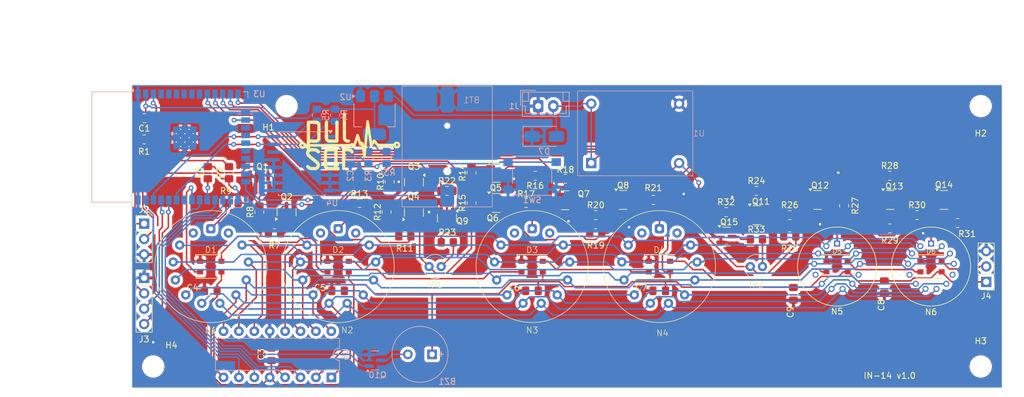
<source format=kicad_pcb>
(kicad_pcb (version 20240108) (generator "pcbnew") (generator_version "8.0")
  (layers (0 "F.Cu" signal) (31 "B.Cu" signal) (34 "B.Paste" user) (35 "F.Paste" user) (36 "B.SilkS" user "B.Silkscreen") (37 "F.SilkS" user "F.Silkscreen") (38 "B.Mask" user) (39 "F.Mask" user) (44 "Edge.Cuts" user))
  (net 0 "")
  (net 1 "+3.3V")
  (net 2 "GND")
  (net 3 "+5V")
  (net 4 "/control/IO0")
  (net 5 "/control/RX")
  (net 6 "/control/TX")
  (net 7 "L1")
  (net 9 "DIG1")
  (net 10 "DIG2")
  (net 11 "DIG3")
  (net 12 "DIG4")
  (net 13 "DIG5")
  (net 14 "DIG6")
  (net 15 "DIG7")
  (net 16 "DIG8")
  (net 17 "DIG9")
  (net 18 "DIG0")
  (net 20 "L2")
  (net 23 "L3")
  (net 26 "L4")
  (net 29 "Net-(Q1-B)")
  (net 30 "/control/EN")
  (net 31 "Net-(Q2-B)")
  (net 32 "Net-(Q3-B)")
  (net 33 "Net-(Q3-C)")
  (net 34 "Net-(Q4-B)")
  (net 35 "HV")
  (net 36 "Net-(Q4-C)")
  (net 37 "Net-(Q5-B)")
  (net 38 "Net-(Q5-C)")
  (net 39 "Net-(Q6-B)")
  (net 40 "Net-(Q6-C)")
  (net 41 "Net-(Q7-B)")
  (net 42 "Net-(Q7-C)")
  (net 43 "Net-(Q8-B)")
  (net 44 "Net-(Q8-C)")
  (net 45 "Net-(Q9-B)")
  (net 46 "Net-(Q9-C)")
  (net 47 "Net-(Q1-C)")
  (net 48 "Net-(Q2-C)")
  (net 49 "Net-(U4-~{RST})")
  (net 50 "/control/SDA")
  (net 51 "/control/SCK")
  (net 52 "A1")
  (net 53 "A2")
  (net 54 "A3")
  (net 55 "A4")
  (net 56 "IN1")
  (net 57 "IN1_1")
  (net 62 "DEC2")
  (net 63 "DEC1")
  (net 64 "DEC3")
  (net 65 "DEC0")
  (net 73 "Net-(BT1-+)")
  (net 74 "/tubes/WS2812_OUT")
  (net 79 "Net-(D1-DOUT)")
  (net 80 "Net-(D2-DOUT)")
  (net 81 "Net-(D3-DOUT)")
  (net 82 "WS2812")
  (net 83 "Net-(BZ1--)")
  (net 84 "/control/BUZZ")
  (net 85 "L5")
  (net 86 "L6")
  (net 87 "IN2_1")
  (net 88 "Net-(Q11-B)")
  (net 89 "Net-(Q11-C)")
  (net 90 "Net-(Q12-B)")
  (net 91 "Net-(Q12-C)")
  (net 92 "Net-(Q13-B)")
  (net 93 "Net-(Q13-C)")
  (net 94 "Net-(Q14-B)")
  (net 95 "Net-(Q14-C)")
  (net 96 "Net-(Q15-B)")
  (net 97 "Net-(Q15-C)")
  (net 98 "A5")
  (net 99 "A6")
  (net 100 "IN2")
  (net 101 "Net-(D4-DOUT)")
  (net 102 "Net-(D5-DOUT)")
  (net 103 "/control/BTN2")
  (footprint "Resistor_SMD:R_0805_2012Metric_Pad1.20x1.40mm_HandSolder" (layer "F.Cu") (at 102 76)
    (property "Reference" "R23")
    (property "Value" "240k")
  )
  (footprint "Package_TO_SOT_SMD:SOT-23" (layer "F.Cu") (at 183.9375 69)
    (property "Reference" "Q14")
    (property "Value" "MMBTA92")
  )
  (footprint "Resistor_SMD:R_0805_2012Metric_Pad1.20x1.40mm_HandSolder" (layer "F.Cu") (at 66 64.5 -90)
    (property "Reference" "R2")
    (property "Value" "10k")
  )
  (footprint "project_library:logo" (layer "F.Cu") (at 86 59.5)
    (property "Reference" "G***" (hide yes))
    (property "Value" "LOGO" (hide yes))
  )
  (footprint "Resistor_SMD:R_0805_2012Metric_Pad1.20x1.40mm_HandSolder" (layer "F.Cu") (at 66.5 69.5)
    (property "Reference" "R9")
    (property "Value" "10k")
  )
  (footprint "Package_TO_SOT_SMD:SOT-23" (layer "F.Cu") (at 148.0625 75.05)
    (property "Reference" "Q15")
    (property "Value" "MMBTA42")
  )
  (footprint "Package_TO_SOT_SMD:SOT-23" (layer "F.Cu") (at 75.5 71 90)
    (property "Reference" "Q2")
    (property "Value" "MMBTA92")
  )
  (footprint "Resistor_SMD:R_0805_2012Metric_Pad1.20x1.40mm_HandSolder" (layer "F.Cu") (at 179.5 71.5)
    (property "Reference" "R30")
    (property "Value" "1m")
  )
  (footprint "Package_TO_SOT_SMD:SOT-23" (layer "F.Cu") (at 121.4375 69.05)
    (property "Reference" "Q7")
    (property "Value" "MMBTA42")
  )
  (footprint "Resistor_SMD:R_0805_2012Metric_Pad1.20x1.40mm_HandSolder" (layer "F.Cu") (at 121.5 65.5)
    (property "Reference" "R18")
    (property "Value" "3.3k")
  )
  (footprint "Capacitor_SMD:C_0805_2012Metric_Pad1.18x1.45mm_HandSolder" (layer "F.Cu") (at 63 84 180)
    (property "Reference" "C4")
    (property "Value" "100nF")
  )
  (footprint "project_library:SK6812_mini" (layer "F.Cu") (at 166.3 80 180)
    (property "Reference" "D5")
    (property "Value" "WS2812B")
  )
  (footprint "Resistor_SMD:R_0805_2012Metric_Pad1.20x1.40mm_HandSolder" (layer "F.Cu") (at 73.5 74.5)
    (property "Reference" "R7")
    (property "Value" "10k")
  )
  (footprint "Package_TO_SOT_SMD:SOT-23" (layer "F.Cu") (at 175.0625 69)
    (property "Reference" "Q13")
    (property "Value" "MMBTA42")
  )
  (footprint "project_library:SK6812_mini" (layer "F.Cu") (at 181.8 80 180)
    (property "Reference" "D6")
    (property "Value" "WS2812B")
  )
  (footprint "Package_TO_SOT_SMD:SOT-23" (layer "F.Cu") (at 96.5 71.0625 90)
    (property "Reference" "Q4")
    (property "Value" "MMBTA92")
  )
  (footprint "MountingHole:MountingHole_3.2mm_M3" (layer "F.Cu") (at 53.5 96.5)
    (property "Reference" "H4")
    (property "Value" "MountingHole")
  )
  (footprint "Connector_PinHeader_2.54mm:PinHeader_1x03_P2.54mm_Vertical" (layer "F.Cu") (at 190.9 82.525 180)
    (property "Reference" "J4")
    (property "Value" "Conn_01x02_Pin")
  )
  (footprint "Resistor_SMD:R_0805_2012Metric_Pad1.20x1.40mm_HandSolder" (layer "F.Cu") (at 175 65)
    (property "Reference" "R28")
    (property "Value" "3.3k")
  )
  (footprint "Package_TO_SOT_SMD:SOT-23" (layer "F.Cu") (at 163.0625 69)
    (property "Reference" "Q12")
    (property "Value" "MMBTA92")
  )
  (footprint "Package_TO_SOT_SMD:SOT-23" (layer "F.Cu") (at 110.0625 64.5)
    (property "Reference" "Q5")
    (property "Value" "MMBTA42")
  )
  (footprint "Connector_PinHeader_2.54mm:PinHeader_1x04_P2.54mm_Vertical" (layer "F.Cu") (at 52 81.88)
    (property "Reference" "J3")
    (property "Value" "Conn_01x06_Pin")
  )
  (footprint "Resistor_SMD:R_0805_2012Metric_Pad1.20x1.40mm_HandSolder" (layer "F.Cu") (at 87.5 69.5)
    (property "Reference" "R13")
    (property "Value" "10k")
  )
  (footprint "Capacitor_SMD:C_0805_2012Metric_Pad1.18x1.45mm_HandSolder" (layer "F.Cu") (at 159.1 84.5 -90)
    (property "Reference" "C9")
    (property "Value" "100nF")
  )
  (footprint "Resistor_SMD:R_0805_2012Metric_Pad1.20x1.40mm_HandSolder" (layer "F.Cu") (at 167.46 69.95 90)
    (property "Reference" "R27")
    (property "Value" "10k")
  )
  (footprint "Resistor_SMD:R_0805_2012Metric_Pad1.20x1.40mm_HandSolder" (layer "F.Cu") (at 52 59)
    (property "Reference" "R1")
    (property "Value" "10k")
  )
  (footprint "project_library:IN-14_nixie_tube" (layer "F.Cu") (at 116 80)
    (property "Reference" "N3")
    (property "Value" "IN-14 nixie tube")
  )
  (footprint "Package_TO_SOT_SMD:SOT-23" (layer "F.Cu") (at 110.0625 69.5)
    (property "Reference" "Q6")
    (property "Value" "MMBTA92")
  )
  (footprint "Package_TO_SOT_SMD:SOT-23" (layer "F.Cu") (at 71.5 66.0625 -90)
    (property "Reference" "Q1")
    (property "Value" "MMBTA42")
  )
  (footprint "Resistor_SMD:R_0805_2012Metric_Pad1.20x1.40mm_HandSolder" (layer "F.Cu") (at 115 69.5 180)
    (property "Reference" "R17")
    (property "Value" "10k")
  )
  (footprint "Capacitor_SMD:C_0805_2012Metric_Pad1.18x1.45mm_HandSolder" (layer "F.Cu") (at 73 94.5 90)
    (property "Reference" "C3")
    (property "Value" "100nF")
  )
  (footprint "Resistor_SMD:R_0805_2012Metric_Pad1.20x1.40mm_HandSolder" (layer "F.Cu") (at 95 75)
    (property "Reference" "R11")
    (property "Value" "10k")
  )
  (footprint "project_library:IN-14_nixie_tube" (layer "F.Cu") (at 84 80)
    (property "Reference" "N2")
    (property "Value" "IN-14 nixie tube")
  )
  (footprint "Resistor_SMD:R_0805_2012Metric_Pad1.20x1.40mm_HandSolder" (layer "F.Cu") (at 148 71)
    (property "Reference" "R32")
    (property "Value" "3.3k")
  )
  (footprint "project_library:IN-14_nixie_tube" (layer "F.Cu") (at 137 80)
    (property "Reference" "N4")
    (property "Value" "IN-14 nixie tube")
  )
  (footprint "Resistor_SMD:R_0805_2012Metric_Pad1.20x1.40mm_HandSolder" (layer "F.Cu") (at 106 64.5 90)
    (property "Reference" "R14")
    (property "Value" "3.3k")
  )
  (footprint "Resistor_SMD:R_0805_2012Metric_Pad1.20x1.40mm_HandSolder" (layer "F.Cu") (at 126.5 71.5)
    (property "Reference" "R20")
    (property "Value" "1m")
  )
  (footprint "Package_TO_SOT_SMD:SOT-23" (layer "F.Cu") (at 96.5 66.0625 -90)
    (property "Reference" "Q3")
    (property "Value" "MMBTA42")
  )
  (footprint "Capacitor_SMD:C_0805_2012Metric_Pad1.18x1.45mm_HandSolder" (layer "F.Cu") (at 174.1 83.4 -90)
    (property "Reference" "C8")
    (property "Value" "100nF")
  )
  (footprint "project_library:IN-3_indicator" (layer "F.Cu") (at 153 80)
    (property "Reference" "NI2")
    (property "Value" "~")
  )
  (footprint "Resistor_SMD:R_0805_2012Metric_Pad1.20x1.40mm_HandSolder" (layer "F.Cu") (at 126.5 74.5)
    (property "Reference" "R19")
    (property "Value" "10k")
  )
  (footprint "Resistor_SMD:R_0805_2012Metric_Pad1.20x1.40mm_HandSolder" (layer "F.Cu") (at 101.95 67.5)
    (property "Reference" "R22")
    (property "Value" "3.3k")
  )
  (footprint "Connector_PinHeader_2.54mm:PinHeader_1x03_P2.54mm_Vertical" (layer "F.Cu") (at 52 72.92)
    (property "Reference" "J2")
    (property "Value" "Conn_01x02_Pin")
  )
  (footprint "project_library:SK6812_mini" (layer "F.Cu") (at 116 80 180)
    (property "Reference" "D3")
    (property "Value" "WS2812B")
  )
  (footprint "Capacitor_SMD:C_0805_2012Metric_Pad1.18x1.45mm_HandSolder" (layer "F.Cu") (at 84 84 180)
    (property "Reference" "C5")
    (property "Value" "100nF")
  )
  (footprint "Resistor_SMD:R_0805_2012Metric_Pad1.20x1.40mm_HandSolder" (layer "F.Cu") (at 186.2 72.8)
    (property "Reference" "R31")
    (property "Value" "10k")
  )
  (footprint "MountingHole:MountingHole_3.2mm_M3" (layer "F.Cu") (at 190 53.5)
    (property "Reference" "H2")
    (property "Value" "MountingHole")
  )
  (footprint "Resistor_SMD:R_0805_2012Metric_Pad1.20x1.40mm_HandSolder" (layer "F.Cu") (at 92.5 66 90)
    (property "Reference" "R10")
    (property "Value" "3.3k")
  )
  (footprint "Resistor_SMD:R_0805_2012Metric_Pad1.20x1.40mm_HandSolder" (layer "F.Cu") (at 175 73.7)
    (property "Reference" "R29")
    (property "Value" "10k")
  )
  (footprint "Resistor_SMD:R_0805_2012Metric_Pad1.20x1.40mm_HandSolder" (layer "F.Cu") (at 158.5 71.5)
    (property "Reference" "R26")
    (property "Value" "1m")
  )
  (footprint "project_library:SK6812_mini" (layer "F.Cu") (at 137 80 180)
    (property "Reference" "D4")
    (property "Value" "WS2812B")
  )
  (footprint "project_library:SK6812_mini" (layer "F.Cu") (at 63 80 180)
    (property "Reference" "D1")
    (property "Value" "WS2812B")
  )
  (footprint "Resistor_SMD:R_0805_2012Metric_Pad1.20x1.40mm_HandSolder" (layer "F.Cu") (at 153 67.5)
    (property "Reference" "R24")
    (property "Value" "3.3k")
  )
  (footprint "Resistor_SMD:R_0805_2012Metric_Pad1.20x1.40mm_HandSolder" (layer "F.Cu") (at 153 75.5)
    (property "Reference" "R33")
    (property "Value" "240k")
  )
  (footprint "project_library:IN-16_nixie_tube" (layer "F.Cu") (at 181.8 80)
    (property "Reference" "N6")
    (property "Value" "IN-16 nixie tube")
  )
  (footprint "project_library:SK6812_mini" (layer "F.Cu") (at 84 80 180)
    (property "Reference" "D2")
    (property "Value" "WS2812B")
  )
  (footprint "project_library:IN-3_indicator" (layer "F.Cu") (at 100 80)
    (property "Reference" "NI1")
    (property "Value" "~")
  )
  (footprint "project_library:IN-14_nixie_tube" (layer "F.Cu") (at 63 80)
    (property "Reference" "N1")
    (property "Value" "IN-14 nixie tube")
  )
  (footprint "Resistor_SMD:R_0805_2012Metric_Pad1.20x1.40mm_HandSolder" (layer "F.Cu") (at 158.5 75)
    (property "Reference" "R25")
    (property "Value" "10k")
  )
  (footprint "Resistor_SMD:R_0805_2012Metric_Pad1.20x1.40mm_HandSolder" (layer "F.Cu") (at 136 69 180)
    (property "Reference" "R21")
    (property "Value" "10k")
  )
  (footprint "Resistor_SMD:R_0805_2012Metric_Pad1.20x1.40mm_HandSolder" (layer "F.Cu") (at 71 71 -90)
    (property "Reference" "R8")
    (property "Value" "1m")
  )
  (footprint "Resistor_SMD:R_0805_2012Metric_Pad1.20x1.40mm_HandSolder" (layer "F.Cu") (at 106 69.5 -90)
    (property "Reference" "R15")
    (property "Value" "10k")
  )
  (footprint "Capacitor_SMD:C_0805_2012Metric_Pad1.18x1.45mm_HandSolder" (layer "F.Cu") (at 115.9625 84 180)
    (property "Reference" "C6")
    (property "Value" "100nF")
  )
  (footprint "Resistor_SMD:R_0805_2012Metric_Pad1.20x1.40mm_HandSolder" (layer "F.Cu") (at 62.5 64.5 90)
    (property "Reference" "R6")
    (property "Value" "3.3k")
  )
  (footprint "Capacitor_SMD:C_0805_2012Metric_Pad1.18x1.45mm_HandSolder" (layer "F.Cu") (at 136.9625 84 180)
    (property "Reference" "C7")
    (property "Value" "100nF")
  )
  (footprint "MountingHole:MountingHole_3.2mm_M3" (layer "F.Cu") (at 190 96.5)
    (property "Reference" "H3")
    (property "Value" "MountingHole")
  )
  (footprint "Resistor_SMD:R_0805_2012Metric_Pad1.20x1.40mm_HandSolder" (layer "F.Cu") (at 116.5 65 180)
    (property "Reference" "R16")
    (property "Value" "1m")
  )
  (footprint "project_library:IN-16_nixie_tube" (layer "F.Cu") (at 166.3 80)
    (property "Reference" "N5")
    (property "Value" "IN-16 nixie tube")
  )
  (footprint "MountingHole:MountingHole_3.2mm_M3" (layer "F.Cu") (at 75.5 53.5)
    (property "Reference" "H1")
    (property "Value" "MountingHole")
  )
  (footprint "Package_TO_SOT_SMD:SOT-23" (layer "F.Cu") (at 153.0625 71.5)
    (property "Reference" "Q11")
    (property "Value" "MMBTA42")
  )
  (footprint "Resistor_SMD:R_0805_2012Metric_Pad1.20x1.40mm_HandSolder" (layer "F.Cu") (at 92 71 -90)
    (property "Reference" "R12")
    (property "Value" "1m")
  )
  (footprint "Package_TO_SOT_SMD:SOT-23" (layer "F.Cu") (at 101.95 72 -90)
    (property "Reference" "Q9")
    (property "Value" "MMBTA42")
  )
  (footprint "Capacitor_SMD:C_0805_2012Metric_Pad1.18x1.45mm_HandSolder" (layer "F.Cu") (at 52.0375 55.5 180)
    (property "Reference" "C1")
    (property "Value" "100nF")
  )
  (footprint "Package_TO_SOT_SMD:SOT-23" (layer "F.Cu") (at 131 69)
    (property "Reference" "Q8")
    (property "Value" "MMBTA92")
  )
  (footprint "Package_DIP:DIP-16_W7.62mm" (layer "B.Cu") (at 82.875 98.3 90)
    (property "Reference" "U5")
    (property "Value" "74141")
  )
  (footprint "Connector_JST:JST_EH_B2B-EH-A_1x02_P2.50mm_Vertical" (layer "B.Cu") (at 117 53.5)
    (property "Reference" "J1")
    (property "Value" "Conn_01x02_Pin")
  )
  (footprint "Button_Switch_SMD:SW_Push_1P1T_NO_6x6mm_H9.5mm" (layer "B.Cu") (at 116 65)
    (property "Reference" "SW1")
    (property "Value" "SW_Push")
  )
  (footprint "Package_TO_SOT_SMD:SOT-23" (layer "B.Cu") (at 90.0625 95.5)
    (property "Reference" "Q10")
    (property "Value" "2N7002")
  )
  (footprint "Package_TO_SOT_SMD:SOT-223-3_TabPin2" (layer "B.Cu") (at 90 55 -90)
    (property "Reference" "U2")
    (property "Value" "AMS1117-3.3")
  )
  (footprint "Package_SO:SOIC-16W_7.5x10.3mm_P1.27mm" (layer "B.Cu") (at 78 63 180)
    (property "Reference" "U4")
    (property "Value" "DS3231M")
  )
  (footprint "Resistor_SMD:R_0805_2012Metric_Pad1.20x1.40mm_HandSolder" (layer "B.Cu") (at 83.5 55 -90)
    (property "Reference" "R4")
    (property "Value" "3.3k")
  )
  (footprint "Resistor_SMD:R_0805_2012Metric_Pad1.20x1.40mm_HandSolder" (layer "B.Cu") (at 89 62 -90)
    (property "Reference" "R3")
    (property "Value" "10k")
  )
  (footprint "Resistor_SMD:R_0805_2012Metric_Pad1.20x1.40mm_HandSolder" (layer "B.Cu") (at 80.5 55 -90)
    (property "Reference" "R5")
    (property "Value" "3.3k")
  )
  (footprint "Buzzer_Beeper:MagneticBuzzer_PUI_AT-0927-TT-6-R" (layer "B.Cu") (at 99.5 94.5 180)
    (property "Reference" "BZ1")
    (property "Value" "Buzzer")
  )
  (footprint "RF_Module:ESP32-WROOM-32D" (layer "B.Cu") (at 59.24 60.25 -90)
    (property "Reference" "U3")
    (property "Value" "ESP32-WROOM-32D")
  )
  (footprint "Resistor_SMD:R_0805_2012Metric_Pad1.20x1.40mm_HandSolder" (layer "B.Cu") (at 92 62 -90)
    (property "Reference" "R34")
    (property "Value" "10k")
  )
  (footprint "Diode_SMD:D_SMA" (layer "B.Cu") (at 118 58.5)
    (property "Reference" "D7")
    (property "Value" "SMAJ5.0CA")
  )
  (footprint "project_library:CR1220_battery_holder" (layer "B.Cu") (at 102 60.5 180)
    (property "Reference" "BT1")
    (property "Value" "Battery_Cell")
    (fp_circle (center 0 3.75) (end 0.5 3.75) (stroke (width 0.05)) (fill none) (layer "Edge.Cuts"))
    (fp_circle (center 0 -3.75) (end 0.65 -3.75) (stroke (width 0.05)) (fill none) (layer "Edge.Cuts"))
  )
  (footprint "project_library:max668_boost_regulator" (layer "B.Cu") (at 133 58)
    (property "Reference" "U1")
    (property "Value" "max688 boost regulator 5 to 170 V")
  )
  (footprint "Capacitor_SMD:C_0805_2012Metric_Pad1.18x1.45mm_HandSolder" (layer "B.Cu") (at 86 62.0375 -90)
    (property "Reference" "C2")
    (property "Value" "100nF")
  )
  (gr_line (start 50 100) (end 50 50) (stroke (width 0.1)) (layer "Edge.Cuts"))
  (gr_line (start 193.5 50) (end 193.5 100) (stroke (width 0.1)) (layer "Edge.Cuts"))
  (gr_line (start 50 100) (end 193.5 100) (stroke (width 0.1)) (layer "Edge.Cuts"))
  (gr_line (start 50 50) (end 193.5 50) (stroke (width 0.1)) (layer "Edge.Cuts"))
  (gr_text "IN-14 v1.0" (at 170.6 98.6 0) (layer "F.SilkS") (effects (font (size 1 1)) (justify left bottom)))
  (segment (start 66 63.5) (end 65 62.5) (width 0.25) (layer "F.Cu") (net 1))
  (segment (start 50.5 62.5) (end 50.5 60.5) (width 0.25) (layer "F.Cu") (net 1))
  (segment (start 50.5 60.5) (end 51 60) (width 0.25) (layer "F.Cu") (net 1))
  (segment (start 53.075 56.925) (end 53.075 55.5) (width 0.25) (layer "F.Cu") (net 1))
  (segment (start 65 62.5) (end 50.5 62.5) (width 0.25) (layer "F.Cu") (net 1))
  (segment (start 50.58 72.92) (end 50.5 73) (width 0.25) (layer "F.Cu") (net 1))
  (segment (start 52.26 53.5) (end 52.26 54.76) (width 0.25) (layer "F.Cu") (net 1))
  (segment (start 52.26 54.76) (end 53 55.5) (width 0.25) (layer "F.Cu") (net 1))
  (segment (start 51 60) (end 51 59) (width 0.25) (layer "F.Cu") (net 1))
  (segment (start 51 59) (end 53.075 56.925) (width 0.25) (layer "F.Cu") (net 1))
  (segment (start 50.5 82.92) (end 50.5 73) (width 0.25) (layer "F.Cu") (net 1))
  (segment (start 53 55.5) (end 53.075 55.5) (width 0.25) (layer "F.Cu") (net 1))
  (segment (start 52 84.42) (end 50.5 82.92) (width 0.25) (layer "F.Cu") (net 1))
  (segment (start 50.5 73) (end 50.5 62.5) (width 0.25) (layer "F.Cu") (net 1))
  (segment (start 52 72.92) (end 50.58 72.92) (width 0.25) (layer "F.Cu") (net 1))
  (via (at 52.26 53.5) (size 0.8) (drill 0.4) (layers "F.Cu" "B.Cu") (net 1))
  (segment (start 90 54) (end 90 58.15) (width 0.25) (layer "B.Cu") (net 1))
  (segment (start 86 61) (end 89 61) (width 0.25) (layer "B.Cu") (net 1))
  (segment (start 52.26 53.5) (end 52.26 51.5) (width 0.25) (layer "B.Cu") (net 1))
  (segment (start 89 61) (end 89 59.15) (width 0.25) (layer "B.Cu") (net 1))
  (segment (start 52.26 53.5) (end 52.974695 53.5) (width 0.25) (layer "B.Cu") (net 1))
  (segment (start 86 61) (end 85 61) (width 0.25) (layer "B.Cu") (net 1))
  (segment (start 52.974695 53.5) (end 53.239695 53.765) (width 0.25) (layer "B.Cu") (net 1))
  (segment (start 85 61) (end 83.825 59.825) (width 0.25) (layer "B.Cu") (net 1))
  (segment (start 91 61) (end 90 60) (width 0.25) (layer "B.Cu") (net 1))
  (segment (start 83.5 54) (end 90 54) (width 0.25) (layer "B.Cu") (net 1))
  (segment (start 90 60) (end 90 58.15) (width 0.25) (layer "B.Cu") (net 1))
  (segment (start 79 55.5) (end 80.5 54) (width 0.25) (layer "B.Cu") (net 1))
  (segment (start 89 59.15) (end 90 58.15) (width 0.25) (layer "B.Cu") (net 1))
  (segment (start 80.5 54) (end 83.5 54) (width 0.25) (layer "B.Cu") (net 1))
  (segment (start 90 51.85) (end 90 54) (width 0.25) (layer "B.Cu") (net 1))
  (segment (start 73.5 55.5) (end 79 55.5) (width 0.25) (layer "B.Cu") (net 1))
  (segment (start 83.825 59.825) (end 82.65 59.825) (width 0.25) (layer "B.Cu") (net 1))
  (segment (start 92 61) (end 91 61) (width 0.25) (layer "B.Cu") (net 1))
  (segment (start 71.765 53.765) (end 73.5 55.5) (width 0.25) (layer "B.Cu") (net 1))
  (segment (start 53.239695 53.765) (end 71.765 53.765) (width 0.25) (layer "B.Cu") (net 1))
  (segment (start 179.209052 75.790948) (end 180.5 74.5) (width 0.25) (layer "F.Cu") (net 2))
  (segment (start 164.55 79.125) (end 164.55 77.817943) (width 0.25) (layer "F.Cu") (net 2))
  (segment (start 164.55 77.817943) (end 163.5 76.767943) (width 0.25) (layer "F.Cu") (net 2))
  (segment (start 180.05 77.817943) (end 179.209052 76.976995) (width 0.25) (layer "F.Cu") (net 2))
  (segment (start 163.5 76.767943) (end 163.5 73) (width 0.25) (layer "F.Cu") (net 2))
  (segment (start 179.209052 76.976995) (end 179.209052 75.790948) (width 0.25) (layer "F.Cu") (net 2))
  (segment (start 180.05 79.125) (end 180.05 77.817943) (width 0.25) (layer "F.Cu") (net 2))
  (via (at 180.5 74.5) (size 0.8) (drill 0.4) (layers "F.Cu" "B.Cu") (net 2))
  (via (at 132 73.5) (size 0.8) (drill 0.4) (layers "F.Cu" "B.Cu") (net 2))
  (via (at 166.5 64.5) (size 0.8) (drill 0.4) (layers "F.Cu" "B.Cu") (net 2))
  (via (at 149 68.5) (size 0.8) (drill 0.4) (layers "F.Cu" "B.Cu") (net 2))
  (via (at 122 72.5) (size 0.8) (drill 0.4) (layers "F.Cu" "B.Cu") (net 2))
  (via (at 163.5 73) (size 0.8) (drill 0.4) (layers "F.Cu" "B.Cu") (net 2))
  (via (at 141 68) (size 0.8) (drill 0.4) (layers "F.Cu" "B.Cu") (net 2))
  (via (at 113 65.5) (size 0.8) (drill 0.4) (layers "F.Cu" "B.Cu") (net 2))
  (via (at 99 71) (size 0.8) (drill 0.4) (layers "F.Cu" "B.Cu") (net 2))
  (via (at 94 66) (size 0.8) (drill 0.4) (layers "F.Cu" "B.Cu") (net 2))
  (via (at 53.5 92.5) (size 0.8) (drill 0.4) (layers "F.Cu" "B.Cu") (net 2))
  (segment (start 72.715 98.3) (end 73.915 99.5) (width 0.25) (layer "F.Cu") (net 3))
  (segment (start 64.0375 84) (end 64.0375 84.9625) (width 0.25) (layer "F.Cu") (net 3))
  (segment (start 85.75 82.167277) (end 86.582723 83) (width 0.25) (layer "F.Cu") (net 3))
  (segment (start 64.75 82.25) (end 64.0375 82.9625) (width 0.25) (layer "F.Cu") (net 3))
  (segment (start 161.928874 83.4) (end 163.703874 81.625) (width 0.25) (layer "F.Cu") (net 3))
  (segment (start 142 63.474695) (end 142 62.5) (width 0.25) (layer "F.Cu") (net 3))
  (segment (start 120.5 82.5) (end 121.303281 83.303281) (width 0.25) (layer "F.Cu") (net 3))
  (segment (start 181.8 81.9) (end 182.825 80.875) (width 0.25) (layer "F.Cu") (net 3))
  (segment (start 84 99.5) (end 86.582723 96.917277) (width 0.25) (layer "F.Cu") (net 3))
  (segment (start 139.84032 82.5) (end 139 82.5) (width 0.25) (layer "F.Cu") (net 3))
  (segment (start 138.375 67.099695) (end 142 63.474695) (width 0.25) (layer "F.Cu") (net 3))
  (segment (start 90 84.5) (end 88.5 83) (width 0.25) (layer "F.Cu") (net 3))
  (segment (start 86.582723 83) (end 86.582723 84) (width 0.25) (layer "F.Cu") (net 3))
  (segment (start 182.825 80.875) (end 183.55 80.875) (width 0.25) (layer "F.Cu") (net 3))
  (segment (start 73 95.5375) (end 73 98.015) (width 0.25) (layer "F.Cu") (net 3))
  (segment (start 112.496424 82.5) (end 117 82.5) (width 0.25) (layer "F.Cu") (net 3))
  (segment (start 138.75 80.875) (end 138.75 82.5) (width 0.25) (layer "F.Cu") (net 3))
  (segment (start 73 98.015) (end 72.715 98.3) (width 0.25) (layer "F.Cu") (net 3))
  (segment (start 140.74032 83.4) (end 161.928874 83.4) (width 0.25) (layer "F.Cu") (net 3))
  (segment (start 127.15 61.5) (end 125.75 62.9) (width 0.25) (layer "F.Cu") (net 3))
  (segment (start 138.375 77.125) (end 138.375 67.099695) (width 0.25) (layer "F.Cu") (net 3))
  (segment (start 132.5 82.5) (end 138 82.5) (width 0.25) (layer "F.Cu") (net 3))
  (segment (start 73.915 99.5) (end 84 99.5) (width 0.25) (layer "F.Cu") (net 3))
  (segment (start 118 82.5) (end 120.5 82.5) (width 0.25) (layer "F.Cu") (net 3))
  (segment (start 140.74032 83.4) (end 139.84032 82.5) (width 0.25) (layer "F.Cu") (net 3))
  (segment (start 99.5 84.5) (end 110.496424 84.5) (width 0.25) (layer "F.Cu") (net 3))
  (segment (start 169.628873 82.378873) (end 178.421127 82.378873) (width 0.25) (layer "F.Cu") (net 3))
  (segment (start 178.421127 82.378873) (end 178.9 81.9) (width 0.25) (layer "F.Cu") (net 3))
  (segment (start 64.0375 82.9625) (end 64.0375 84) (width 0.25) (layer "F.Cu") (net 3))
  (segment (start 64.0375 84.9625) (end 63.05 85.95) (width 0.25) (layer "F.Cu") (net 3))
  (segment (start 86.582723 84) (end 85.0375 84) (width 0.25) (layer "F.Cu") (net 3))
  (segment (start 139 82.5) (end 138 82.5) (width 0.25) (layer "F.Cu") (net 3))
  (segment (start 121.303281 83.303281) (end 131.696719 83.303281) (width 0.25) (layer "F.Cu") (net 3))
  (segment (start 117.75 80.875) (end 117.75 82.5) (width 0.25) (layer "F.Cu") (net 3))
  (segment (start 168.05 80.875) (end 168.125 80.875) (width 0.25) (layer "F.Cu") (net 3))
  (segment (start 138 84) (end 138 82.5) (width 0.25) (layer "F.Cu") (net 3))
  (segment (start 185.2 82.525) (end 190.9 82.525) (width 0.25) (layer "F.Cu") (net 3))
  (segment (start 141 61.5) (end 127.15 61.5) (width 0.25) (layer "F.Cu") (net 3))
  (segment (start 167.325 80.875) (end 168.05 80.875) (width 0.25) (layer "F.Cu") (net 3))
  (segment (start 63.05 85.95) (end 63.05 97.845991) (width 0.25) (layer "F.Cu") (net 3))
  (segment (start 71.515 99.5) (end 72.715 98.3) (width 0.25) (layer "F.Cu") (net 3))
  (segment (start 86.582723 96.917277) (end 86.582723 84) (width 0.25) (layer "F.Cu") (net 3))
  (segment (start 183.55 80.875) (end 185.2 82.525) (width 0.25) (layer "F.Cu") (net 3))
  (segment (start 137.5 80.5) (end 137.875 80.875) (width 0.25) (layer "F.Cu") (net 3))
  (segment (start 137.5 80.5) (end 137.5 78) (width 0.25) (layer "F.Cu") (net 3))
  (segment (start 178.9 81.9) (end 181.8 81.9) (width 0.25) (layer "F.Cu") (net 3))
  (segment (start 88.5 83) (end 86.582723 83) (width 0.25) (layer "F.Cu") (net 3))
  (segment (start 63.05 97.845991) (end 64.704009 99.5) (width 0.25) (layer "F.Cu") (net 3))
  (segment (start 99.5 94.5) (end 99.5 84.5) (width 0.25) (layer "F.Cu") (net 3))
  (segment (start 99.5 84.5) (end 90 84.5) (width 0.25) (layer "F.Cu") (net 3))
  (segment (start 64.75 80.875) (end 64.75 82.25) (width 0.25) (layer "F.Cu") (net 3))
  (segment (start 117 82.5) (end 118 82.5) (width 0.25) (layer "F.Cu") (net 3))
  (segment (start 163.703874 81.625) (end 166.575 81.625) (width 0.25) (layer "F.Cu") (net 3))
  (segment (start 137.5 78) (end 138.375 77.125) (width 0.25) (layer "F.Cu") (net 3))
  (segment (start 64.704009 99.5) (end 71.515 99.5) (width 0.25) (layer "F.Cu") (net 3))
  (segment (start 110.496424 84.5) (end 112.496424 82.5) (width 0.25) (layer "F.Cu") (net 3))
  (segment (start 131.696719 83.303281) (end 132.5 82.5) (width 0.25) (layer "F.Cu") (net 3))
  (segment (start 166.575 81.625) (end 167.325 80.875) (width 0.25) (layer "F.Cu") (net 3))
  (segment (start 117 84) (end 117 82.5) (width 0.25) (layer "F.Cu") (net 3))
  (segment (start 168.125 80.875) (end 169.628873 82.378873) (width 0.25) (layer "F.Cu") (net 3))
  (segment (start 142 62.5) (end 141 61.5) (width 0.25) (layer "F.Cu") (net 3))
  (segment (start 85.75 80.875) (end 85.75 82.167277) (width 0.25) (layer "F.Cu") (net 3))
  (segment (start 137.875 80.875) (end 138.75 80.875) (width 0.25) (layer "F.Cu") (net 3))
  (segment (start 125.75 53.1) (end 125.75 62.9) (width 0.25) (layer "B.Cu") (net 3))
  (segment (start 93.35 51.85) (end 96.5 55) (width 0.25) (layer "B.Cu") (net 3))
  (segment (start 120 55.5) (end 119.5 55) (width 0.25) (layer "B.Cu") (net 3))
  (segment (start 120 58.5) (end 120 55.5) (width 0.25) (layer "B.Cu") (net 3))
  (segment (start 92.3 51.85) (end 93.35 51.85) (width 0.25) (layer "B.Cu") (net 3))
  (segment (start 124 53.5) (end 124.4 53.1) (width 0.25) (layer "B.Cu") (net 3))
  (segment (start 124.4 53.1) (end 125.75 53.1) (width 0.25) (layer "B.Cu") (net 3))
  (segment (start 119.5 55) (end 119.5 53.5) (width 0.25) (layer "B.Cu") (net 3))
  (segment (start 96.5 55) (end 119.5 55) (width 0.25) (layer "B.Cu") (net 3))
  (segment (start 119.5 53.5) (end 124 53.5) (width 0.25) (layer "B.Cu") (net 3))
  (segment (start 51.775 70.275) (end 53.5 72) (width 0.25) (layer "F.Cu") (net 4))
  (segment (start 52.04 75.46) (end 52 75.46) (width 0.25) (layer "F.Cu") (net 4))
  (segment (start 51.775 66.699695) (end 51.775 70.275) (width 0.25) (layer "F.Cu") (net 4))
  (segment (start 66.5 67) (end 66 66.5) (width 0.25) (layer "F.Cu") (net 4))
  (segment (start 53.5 74) (end 52.04 75.46) (width 0.25) (layer "F.Cu") (net 4))
  (segment (start 66 65.5) (end 64.863604 65.5) (width 0.25) (layer "F.Cu") (net 4))
  (segment (start 63.931802 64.568198) (end 53.906497 64.568198) (width 0.25) (layer "F.Cu") (net 4))
  (segment (start 67 67) (end 66.5 67) (width 0.25) (layer "F.Cu") (net 4))
  (segment (start 53.906497 64.568198) (end 51.775 66.699695) (width 0.25) (layer "F.Cu") (net 4))
  (segment (start 64.863604 65.5) (end 63.931802 64.568198) (width 0.25) (layer "F.Cu") (net 4))
  (segment (start 66 66.5) (end 66 65.5) (width 0.25) (layer "F.Cu") (net 4))
  (segment (start 53.5 72) (end 53.5 74) (width 0.25) (layer "F.Cu") (net 4))
  (via (at 67 67) (size 0.8) (drill 0.4) (layers "F.Cu" "B.Cu") (net 4))
  (segment (start 67.5 67.5) (end 67.5 69) (width 0.25) (layer "B.Cu") (net 4))
  (segment (start 67 67) (end 67.5 67.5) (width 0.25) (layer "B.Cu") (net 4))
  (segment (start 55 86.5) (end 55 74.5) (width 0.25) (layer "F.Cu") (net 5))
  (segment (start 55 74.5) (end 56 73.5) (width 0.25) (layer "F.Cu") (net 5))
  (segment (start 56 73.5) (end 56 71) (width 0.25) (layer "F.Cu") (net 5))
  (segment (start 52 89.5) (end 55 86.5) (width 0.25) (layer "F.Cu") (net 5))
  (via (at 56 71) (size 0.8) (drill 0.4) (layers "F.Cu" "B.Cu") (net 5))
  (segment (start 56.07 70.93) (end 56.07 69) (width 0.25) (layer "B.Cu") (net 5))
  (segment (start 56 71) (end 56.07 70.93) (width 0.25) (layer "B.Cu") (net 5))
  (segment (start 55 71.018047) (end 55 73.5) (width 0.25) (layer "F.Cu") (net 6))
  (segment (start 54.978323 70.99637) (end 55 71.018047) (width 0.25) (layer "F.Cu") (net 6))
  (segment (start 55 73.5) (end 54.5 74) (width 0.25) (layer "F.Cu") (net 6))
  (segment (start 54.5 84.46) (end 52 86.96) (width 0.25) (layer "F.Cu") (net 6))
  (segment (start 54.5 74) (end 54.5 84.46) (width 0.25) (layer "F.Cu") (net 6))
  (via (at 54.978323 70.99637) (size 0.8) (drill 0.4) (layers "F.Cu" "B.Cu") (net 6))
  (segment (start 54.8 70.818047) (end 54.8 69) (width 0.25) (layer "B.Cu") (net 6))
  (segment (start 54.978323 70.99637) (end 54.8 70.818047) (width 0.25) (layer "B.Cu") (net 6))
  (segment (start 63 73.75) (end 65.5 71.25) (width 0.25) (layer "F.Cu") (net 7))
  (segment (start 65.5 71.25) (end 65.5 69.5) (width 0.25) (layer "F.Cu") (net 7))
  (segment (start 75.255 90.68) (end 75.255 78.245) (width 0.25) (layer "F.Cu") (net 9))
  (segment (start 77.050405 76.449595) (end 78.856351 76.449595) (width 0.25) (layer "F.Cu") (net 9))
  (segment (start 57.856351 76.449595) (end 57.906756 76.5) (width 0.25) (layer "F.Cu") (net 9))
  (segment (start 75.255 78.245) (end 77.050405 76.449595) (width 0.25) (layer "F.Cu") (net 9))
  (segment (start 131.856351 76.449595) (end 132.61835 75.687596) (width 0.25) (layer "B.Cu") (net 9))
  (segment (start 119.050405 76.449595) (end 120.5 75) (width 0.25) (layer "B.Cu") (net 9))
  (segment (start 130.406756 75) (end 131.856351 76.449595) (width 0.25) (layer "B.Cu") (net 9))
  (segment (start 140.812404 75.687596) (end 141.3 75.2) (width 0.25) (layer "B.Cu") (net 9))
  (segment (start 163.098784 75.2) (end 164.534052 76.635268) (width 0.25) (layer "B.Cu") (net 9))
  (segment (start 164.534052 76.315948) (end 165.475 75.375) (width 0.25) (layer "B.Cu") (net 9))
  (segment (start 88.5 75) (end 109.406756 75) (width 0.25) (layer "B.Cu") (net 9))
  (segment (start 67.453835 75) (end 77.406756 75) (width 0.25) (layer "B.Cu") (net 9))
  (segment (start 165.475 75.375) (end 178.773784 75.375) (width 0.25) (layer "B.Cu") (net 9))
  (segment (start 132.61835 75.687596) (end 140.812404 75.687596) (width 0.25) (layer "B.Cu") (net 9))
  (segment (start 109.406756 75) (end 110.856351 76.449595) (width 0.25) (layer "B.Cu") (net 9))
  (segment (start 57.906756 76.5) (end 65.953835 76.5) (width 0.25) (layer "B.Cu") (net 9))
  (segment (start 110.856351 76.449595) (end 119.050405 76.449595) (width 0.25) (layer "B.Cu") (net 9))
  (segment (start 87.050405 76.449595) (end 88.5 75) (width 0.25) (layer "B.Cu") (net 9))
  (segment (start 65.953835 76.5) (end 67.453835 75) (width 0.25) (layer "B.Cu") (net 9))
  (segment (start 78.856351 76.449595) (end 87.050405 76.449595) (width 0.25) (layer "B.Cu") (net 9))
  (segment (start 178.773784 75.375) (end 180.034052 76.635268) (width 0.25) (layer "B.Cu") (net 9))
  (segment (start 77.406756 75) (end 78.856351 76.449595) (width 0.25) (layer "B.Cu") (net 9))
  (segment (start 120.5 75) (end 130.406756 75) (width 0.25) (layer "B.Cu") (net 9))
  (segment (start 164.534052 76.635268) (end 164.534052 76.315948) (width 0.25) (layer "B.Cu") (net 9))
  (segment (start 141.3 75.2) (end 163.098784 75.2) (width 0.25) (layer "B.Cu") (net 9))
  (segment (start 77.79557 79.246646) (end 76.5 80.542216) (width 0.25) (layer "F.Cu") (net 10))
  (segment (start 76.5 89.385) (end 77.795 90.68) (width 0.25) (layer "F.Cu") (net 10))
  (segment (start 76.5 80.542216) (end 76.5 89.385) (width 0.25) (layer "F.Cu") (net 10))
  (segment (start 129.548924 78) (end 130.79557 79.246646) (width 0.25) (layer "B.Cu") (net 10))
  (segment (start 119.753354 79.246646) (end 121 78) (width 0.25) (layer "B.Cu") (net 10))
  (segment (start 163.381308 78.05) (end 167.95 78.05) (width 0.25) (layer "B.Cu") (net 10))
  (segment (start 167.95 78.05) (end 169 77) (width 0.25) (layer "B.Cu") (net 10))
  (segment (start 169 77) (end 177.831308 77) (width 0.25) (layer "B.Cu") (net 10))
  (segment (start 139.353354 79.246646) (end 140.758646 77.841354) (width 0.25) (layer "B.Cu") (net 10))
  (segment (start 109.79557 79.246646) (end 119.753354 79.246646) (width 0.25) (layer "B.Cu") (net 10))
  (segment (start 56.79557 79.246646) (end 66.753354 79.246646) (width 0.25) (layer "B.Cu") (net 10))
  (segment (start 163.172662 77.841354) (end 163.381308 78.05) (width 0.25) (layer "B.Cu") (net 10))
  (segment (start 140.758646 77.841354) (end 163.172662 77.841354) (width 0.25) (layer "B.Cu") (net 10))
  (segment (start 108.548924 78) (end 109.79557 79.246646) (width 0.25) (layer "B.Cu") (net 10))
  (segment (start 76.548924 78) (end 77.79557 79.246646) (width 0.25) (layer "B.Cu") (net 10))
  (segment (start 177.831308 77) (end 178.672662 77.841354) (width 0.25) (layer "B.Cu") (net 10))
  (segment (start 77.79557 79.246646) (end 87.753354 79.246646) (width 0.25) (layer "B.Cu") (net 10))
  (segment (start 121 78) (end 129.548924 78) (width 0.25) (layer "B.Cu") (net 10))
  (segment (start 66.753354 79.246646) (end 68 78) (width 0.25) (layer "B.Cu") (net 10))
  (segment (start 130.79557 79.246646) (end 139.353354 79.246646) (width 0.25) (layer "B.Cu") (net 10))
  (segment (start 89 78) (end 108.5 78) (width 0.25) (layer "B.Cu") (net 10))
  (segment (start 68 78) (end 76.548924 78) (width 0.25) (layer "B.Cu") (net 10))
  (segment (start 87.753354 79.246646) (end 89 78) (width 0.25) (layer "B.Cu") (net 10))
  (segment (start 78.156148 82.216281) (end 78.156148 88.501148) (width 0.25) (layer "F.Cu") (net 11))
  (segment (start 110.5 82.560133) (end 110.156148 82.216281) (width 0.25) (layer "F.Cu") (net 11))
  (segment (start 78.156148 88.501148) (end 80.335 90.68) (width 0.25) (layer "F.Cu") (net 11))
  (segment (start 78.283719 82.216281) (end 79 81.5) (width 0.25) (layer "B.Cu") (net 11))
  (segment (start 57.156148 82.216281) (end 58.872429 80.5) (width 0.25) (layer "B.Cu") (net 11))
  (segment (start 168.458039 79.541961) (end 169.283039 78.716961) (width 0.25) (layer "B.Cu") (net 11))
  (segment (start 76.716281 82.216281) (end 78.283719 82.216281) (width 0.25) (layer "B.Cu") (net 11))
  (segment (start 89.022882 81.5) (end 89.393601 81.129281) (width 0.25) (layer "B.Cu") (net 11))
  (segment (start 110.156148 82.216281) (end 110.872429 81.5) (width 0.25) (layer "B.Cu") (net 11))
  (segment (start 162.527707 79.541961) (end 161.658039 79.541961) (width 0.25) (layer "B.Cu") (net 11))
  (segment (start 120.5 81.5) (end 121 81) (width 0.25) (layer "B.Cu") (net 11))
  (segment (start 110.872429 81.5) (end 120.5 81.5) (width 0.25) (layer "B.Cu") (net 11))
  (segment (start 58.872429 80.5) (end 75 80.5) (width 0.25) (layer "B.Cu") (net 11))
  (segment (start 129.783719 82.216281) (end 131.156148 82.216281) (width 0.25) (layer "B.Cu") (net 11))
  (segment (start 89.393601 81.129281) (end 109.069148 81.129281) (width 0.25) (layer "B.Cu") (net 11))
  (segment (start 169.283039 78.716961) (end 177.202707 78.716961) (width 0.25) (layer "B.Cu") (net 11))
  (segment (start 79 81.5) (end 89.022882 81.5) (width 0.25) (layer "B.Cu") (net 11))
  (segment (start 177.202707 78.716961) (end 178.027707 79.541961) (width 0.25) (layer "B.Cu") (net 11))
  (segment (start 75 80.5) (end 76.716281 82.216281) (width 0.25) (layer "B.Cu") (net 11))
  (segment (start 160.113 81.087) (end 132.285429 81.087) (width 0.25) (layer "B.Cu") (net 11))
  (segment (start 121 81) (end 128.567438 81) (width 0.25) (layer "B.Cu") (net 11))
  (segment (start 109.069148 81.129281) (end 110.156148 82.216281) (width 0.25) (layer "B.Cu") (net 11))
  (segment (start 162.527707 79.541961) (end 168.458039 79.541961) (width 0.25) (layer "B.Cu") (net 11))
  (segment (start 132.285429 81.087) (end 131.156148 82.216281) (width 0.25) (layer "B.Cu") (net 11))
  (segment (start 128.567438 81) (end 129.783719 82.216281) (width 0.25) (layer "B.Cu") (net 11))
  (segment (start 161.658039 79.541961) (end 160.113 81.087) (width 0.25) (layer "B.Cu") (net 11))
  (segment (start 79.855483 87.660483) (end 82.875 90.68) (width 0.25) (layer "F.Cu") (net 12))
  (segment (start 79.855483 84.678192) (end 79.855483 87.660483) (width 0.25) (layer "F.Cu") (net 12))
  (segment (start 60.033675 83.5) (end 68.582367 83.5) (width 0.25) (layer "B.Cu") (net 12))
  (segment (start 142.49032 83.4) (end 163.224474 83.4) (width 0.25) (layer "B.Cu") (net 12))
  (segment (start 122.17998 84.678192) (end 132.855483 84.678192) (width 0.25) (layer "B.Cu") (net 12))
  (segment (start 168.9 81.6) (end 170.14434 82.84434) (width 0.25) (layer "B.Cu") (net 12))
  (segment (start 68.582367 83.5) (end 69.760559 84.678192) (width 0.25) (layer "B.Cu") (net 12))
  (segment (start 163.224474 83.4) (end 163.780134 82.84434) (width 0.25) (layer "B.Cu") (net 12))
  (segment (start 81.533675 83) (end 88.545596 83) (width 0.25) (layer "B.Cu") (net 12))
  (segment (start 120.501788 83) (end 122.17998 84.678192) (width 0.25) (layer "B.Cu") (net 12))
  (segment (start 134.533675 83) (end 142.09032 83) (width 0.25) (layer "B.Cu") (net 12))
  (segment (start 90.223788 84.678192) (end 111.855483 84.678192) (width 0.25) (layer "B.Cu") (net 12))
  (segment (start 165.024474 81.6) (end 168.9 81.6) (width 0.25) (layer "B.Cu") (net 12))
  (segment (start 132.855483 84.678192) (end 134.533675 83) (width 0.25) (layer "B.Cu") (net 12))
  (segment (start 79.855483 84.678192) (end 81.533675 83) (width 0.25) (layer "B.Cu") (net 12))
  (segment (start 142.09032 83) (end 142.49032 83.4) (width 0.25) (layer "B.Cu") (net 12))
  (segment (start 113.533675 83) (end 120.501788 83) (width 0.25) (layer "B.Cu") (net 12))
  (segment (start 170.14434 82.84434) (end 179.280134 82.84434) (width 0.25) (layer "B.Cu") (net 12))
  (segment (start 163.780134 82.84434) (end 165.024474 81.6) (width 0.25) (layer "B.Cu") (net 12))
  (segment (start 58.855483 84.678192) (end 60.033675 83.5) (width 0.25) (layer "B.Cu") (net 12))
  (segment (start 111.855483 84.678192) (end 113.533675 83) (width 0.25) (layer "B.Cu") (net 12))
  (segment (start 69.760559 84.678192) (end 79.855483 84.678192) (width 0.25) (layer "B.Cu") (net 12))
  (segment (start 88.545596 83) (end 90.223788 84.678192) (width 0.25) (layer "B.Cu") (net 12))
  (segment (start 80.335 98.3) (end 85.5 93.135) (width 0.25) (layer "F.Cu") (net 13))
  (segment (start 85.5 89.064109) (end 82.504277 86.068386) (width 0.25) (layer "F.Cu") (net 13))
  (segment (start 85.5 93.135) (end 85.5 89.064109) (width 0.25) (layer "F.Cu") (net 13))
  (segment (start 86.445923 84.981386) (end 88.464537 87) (width 0.25) (layer "B.Cu") (net 13))
  (segment (start 63.072663 84.5) (end 61.504277 86.068386) (width 0.25) (layer "B.Cu") (net 13))
  (segment (start 134.572663 87) (end 135.504277 86.068386) (width 0.25) (layer "B.Cu") (net 13))
  (segment (start 115.572663 85) (end 117.026858 85) (width 0.25) (layer "B.Cu") (net 13))
  (segment (start 169.108799 84.3) (end 180.280179 84.3) (width 0.25) (layer "B.Cu") (net 13))
  (segment (start 114.504277 86.068386) (end 115.572663 85) (width 0.25) (layer "B.Cu") (net 13))
  (segment (start 139.481386 84.981386) (end 140.265192 85.765192) (width 0.25) (layer "B.Cu") (net 13))
  (segment (start 118.445923 84.981386) (end 120.464537 87) (width 0.25) (layer "B.Cu") (net 13))
  (segment (start 88.464537 87) (end 113.572663 87) (width 0.25) (layer "B.Cu") (net 13))
  (segment (start 81.572663 87) (end 67.5 87) (width 0.25) (layer "B.Cu") (net 13))
  (segment (start 82.504277 86.068386) (end 83.591277 84.981386) (width 0.25) (layer "B.Cu") (net 13))
  (segment (start 117.026858 85) (end 117.045472 84.981386) (width 0.25) (layer "B.Cu") (net 13))
  (segment (start 83.591277 84.981386) (end 86.445923 84.981386) (width 0.25) (layer "B.Cu") (net 13))
  (segment (start 180.280179 84.3) (end 180.890601 83.689578) (width 0.25) (layer "B.Cu") (net 13))
  (segment (start 117.045472 84.981386) (end 118.445923 84.981386) (width 0.25) (layer "B.Cu") (net 13))
  (segment (start 167.673377 82.864578) (end 169.108799 84.3) (width 0.25) (layer "B.Cu") (net 13))
  (segment (start 166.215601 82.864578) (end 167.673377 82.864578) (width 0.25) (layer "B.Cu") (net 13))
  (segment (start 163.314987 85.765192) (end 165.390601 83.689578) (width 0.25) (layer "B.Cu") (net 13))
  (segment (start 136.591277 84.981386) (end 139.481386 84.981386) (width 0.25) (layer "B.Cu") (net 13))
  (segment (start 120.464537 87) (end 134.572663 87) (width 0.25) (layer "B.Cu") (net 13))
  (segment (start 140.265192 85.765192) (end 163.314987 85.765192) (width 0.25) (layer "B.Cu") (net 13))
  (segment (start 113.572663 87) (end 114.504277 86.068386) (width 0.25) (layer "B.Cu") (net 13))
  (segment (start 67.5 87) (end 65 84.5) (width 0.25) (layer "B.Cu") (net 13))
  (segment (start 82.504277 86.068386) (end 81.572663 87) (width 0.25) (layer "B.Cu") (net 13))
  (segment (start 165.390601 83.689578) (end 166.215601 82.864578) (width 0.25) (layer "B.Cu") (net 13))
  (segment (start 65 84.5) (end 63.072663 84.5) (width 0.25) (layer "B.Cu") (net 13))
  (segment (start 135.504277 86.068386) (end 136.591277 84.981386) (width 0.25) (layer "B.Cu") (net 13))
  (segment (start 86 95.175) (end 86 86.572663) (width 0.25) (layer "F.Cu") (net 14))
  (segment (start 82.875 98.3) (end 86 95.175) (width 0.25) (layer "F.Cu") (net 14))
  (segment (start 86 86.572663) (end 85.495723 86.068386) (width 0.25) (layer "F.Cu") (net 14))
  (segment (start 117.495723 86.068386) (end 119.427337 88) (width 0.25) (layer "B.Cu") (net 14))
  (segment (start 167.209399 83.689578) (end 168.419821 84.9) (width 0.25) (layer "B.Cu") (net 14))
  (segment (start 136.564109 88) (end 138.495723 86.068386) (width 0.25) (layer "B.Cu") (net 14))
  (segment (start 85.431614 86.068386) (end 85.568386 86.068386) (width 0.25) (layer "B.Cu") (net 14))
  (segment (start 164.098977 86.8) (end 167.209399 83.689578) (width 0.25) (layer "B.Cu") (net 14))
  (segment (start 70.5 88) (end 83.5 88) (width 0.25) (layer "B.Cu") (net 14))
  (segment (start 168.419821 84.9) (end 181.498977 84.9) (width 0.25) (layer "B.Cu") (net 14))
  (segment (start 119.427337 88) (end 136.564109 88) (width 0.25) (layer "B.Cu") (net 14))
  (segment (start 138.495723 86.068386) (end 139.227337 86.8) (width 0.25) (layer "B.Cu") (net 14))
  (segment (start 64.495723 86.068386) (end 66.427337 88) (width 0.25) (layer "B.Cu") (net 14))
  (segment (start 83.5 88) (end 85.431614 86.068386) (width 0.25) (layer "B.Cu") (net 14))
  (segment (start 181.498977 84.9) (end 182.709399 83.689578) (width 0.25) (layer "B.Cu") (net 14))
  (segment (start 139.227337 86.8) (end 164.098977 86.8) (width 0.25) (layer "B.Cu") (net 14))
  (segment (start 66.427337 88) (end 70.5 88) (width 0.25) (layer "B.Cu") (net 14))
  (segment (start 87.5 88) (end 115.564109 88) (width 0.25) (layer "B.Cu") (net 14))
  (segment (start 85.568386 86.068386) (end 87.5 88) (width 0.25) (layer "B.Cu") (net 14))
  (segment (start 115.564109 88) (end 117.495723 86.068386) (width 0.25) (layer "B.Cu") (net 14))
  (segment (start 65.095 98.3) (end 63.5 96.705) (width 0.25) (layer "F.Cu") (net 15))
  (segment (start 63.5 89.5) (end 67.144517 85.855483) (width 0.25) (layer "F.Cu") (net 15))
  (segment (start 63.5 96.705) (end 63.5 89.5) (width 0.25) (layer "F.Cu") (net 15))
  (segment (start 67.144517 85.855483) (end 67.144517 84.678192) (width 0.25) (layer "F.Cu") (net 15))
  (segment (start 87.466325 84) (end 89.466325 86) (width 0.25) (layer "B.Cu") (net 15))
  (segment (start 163.23526 84.678192) (end 165.713452 82.2) (width 0.25) (layer "B.Cu") (net 15))
  (segment (start 120.144517 84.678192) (end 121.466325 86) (width 0.25) (layer "B.Cu") (net 15))
  (segment (start 80.5 86) (end 82.5 84) (width 0.25) (layer "B.Cu") (net 15))
  (segment (start 179.744112 83.66934) (end 180.569112 82.84434) (width 0.25) (layer "B.Cu") (net 15))
  (segment (start 67.144517 84.678192) (end 68.466325 86) (width 0.25) (layer "B.Cu") (net 15))
  (segment (start 140.466325 84) (end 141.144517 84.678192) (width 0.25) (layer "B.Cu") (net 15))
  (segment (start 121.466325 86) (end 133.5 86) (width 0.25) (layer "B.Cu") (net 15))
  (segment (start 68.466325 86) (end 80.5 86) (width 0.25) (layer "B.Cu") (net 15))
  (segment (start 119.466325 84) (end 120.144517 84.678192) (width 0.25) (layer "B.Cu") (net 15))
  (segment (start 82.5 84) (end 87.466325 84) (width 0.25) (layer "B.Cu") (net 15))
  (segment (start 133.5 86) (end 135.5 84) (width 0.25) (layer "B.Cu") (net 15))
  (segment (start 165.713452 82.2) (end 168.175526 82.2) (width 0.25) (layer "B.Cu") (net 15))
  (segment (start 180.569112 82.84434) (end 184.319866 82.84434) (width 0.25) (layer "B.Cu") (net 15))
  (segment (start 168.819866 82.84434) (end 169.644866 83.66934) (width 0.25) (layer "B.Cu") (net 15))
  (segment (start 112.5 86) (end 114.5 84) (width 0.25) (layer "B.Cu") (net 15))
  (segment (start 89.466325 86) (end 112.5 86) (width 0.25) (layer "B.Cu") (net 15))
  (segment (start 114.5 84) (end 119.466325 84) (width 0.25) (layer "B.Cu") (net 15))
  (segment (start 169.644866 83.66934) (end 179.744112 83.66934) (width 0.25) (layer "B.Cu") (net 15))
  (segment (start 135.5 84) (end 140.466325 84) (width 0.25) (layer "B.Cu") (net 15))
  (segment (start 141.144517 84.678192) (end 163.23526 84.678192) (width 0.25) (layer "B.Cu") (net 15))
  (segment (start 168.175526 82.2) (end 168.819866 82.84434) (width 0.25) (layer "B.Cu") (net 15))
  (segment (start 89.5 82.560133) (end 89.843852 82.216281) (width 0.25) (layer "F.Cu") (net 16))
  (segment (start 65.095 89.405) (end 68.843852 85.656148) (width 0.25) (layer "F.Cu") (net 16))
  (segment (start 65.095 90.68) (end 65.095 89.405) (width 0.25) (layer "F.Cu") (net 16))
  (segment (start 68.843852 85.656148) (end 68.843852 82.216281) (width 0.25) (layer "F.Cu") (net 16))
  (segment (start 179.194434 79.541961) (end 185.572293 79.541961) (width 0.25) (layer "B.Cu") (net 16))
  (segment (start 177.68598 80.366961) (end 178.369434 80.366961) (width 0.25) (layer "B.Cu") (net 16))
  (segment (start 79.496424 83.5) (end 80.780143 82.216281) (width 0.25) (layer "B.Cu") (net 16))
  (segment (start 80.780143 82.216281) (end 89.843852 82.216281) (width 0.25) (layer "B.Cu") (net 16))
  (segment (start 176.9 79.6) (end 176.919019 79.6) (width 0.25) (layer "B.Cu") (net 16))
  (segment (start 160.383719 82.216281) (end 162.2 80.4) (width 0.25) (layer "B.Cu") (net 16))
  (segment (start 132 83.5) (end 133.283719 82.216281) (width 0.25) (layer "B.Cu") (net 16))
  (segment (start 123.127571 83.5) (end 132 83.5) (width 0.25) (layer "B.Cu") (net 16))
  (segment (start 170.072293 79.541961) (end 176.841961 79.541961) (width 0.25) (layer "B.Cu") (net 16))
  (segment (start 68.843852 82.216281) (end 70.127571 83.5) (width 0.25) (layer "B.Cu") (net 16))
  (segment (start 133.283719 82.216281) (end 142.843852 82.216281) (width 0.25) (layer "B.Cu") (net 16))
  (segment (start 178.369434 80.366961) (end 179.194434 79.541961) (width 0.25) (layer "B.Cu") (net 16))
  (segment (start 70.127571 83.5) (end 79.496424 83.5) (width 0.25) (layer "B.Cu") (net 16))
  (segment (start 111 83.5) (end 112.283719 82.216281) (width 0.25) (layer "B.Cu") (net 16))
  (segment (start 112.283719 82.216281) (end 121.843852 82.216281) (width 0.25) (layer "B.Cu") (net 16))
  (segment (start 142.843852 82.216281) (end 160.383719 82.216281) (width 0.25) (layer "B.Cu") (net 16))
  (segment (start 176.919019 79.6) (end 177.68598 80.366961) (width 0.25) (layer "B.Cu") (net 16))
  (segment (start 89.843852 82.216281) (end 91.127571 83.5) (width 0.25) (layer "B.Cu") (net 16))
  (segment (start 176.841961 79.541961) (end 176.9 79.6) (width 0.25) (layer "B.Cu") (net 16))
  (segment (start 162.2 80.4) (end 169.214254 80.4) (width 0.25) (layer "B.Cu") (net 16))
  (segment (start 91.127571 83.5) (end 111 83.5) (width 0.25) (layer "B.Cu") (net 16))
  (segment (start 121.843852 82.216281) (end 123.127571 83.5) (width 0.25) (layer "B.Cu") (net 16))
  (segment (start 169.214254 80.4) (end 170.072293 79.541961) (width 0.25) (layer "B.Cu") (net 16))
  (segment (start 70.5 85.068198) (end 70.5 80.542216) (width 0.25) (layer "F.Cu") (net 17))
  (segment (start 67.635 87.933198) (end 70.5 85.068198) (width 0.25) (layer "F.Cu") (net 17))
  (segment (start 70.5 80.542216) (end 69.20443 79.246646) (width 0.25) (layer "F.Cu") (net 17))
  (segment (start 67.635 90.68) (end 67.635 87.933198) (width 0.25) (layer "F.Cu") (net 17))
  (segment (start 107 78.5) (end 109 80.5) (width 0.25) (layer "B.Cu") (net 17))
  (segment (start 142.253354 79.246646) (end 143.20443 79.246646) (width 0.25) (layer "B.Cu") (net 17))
  (segment (start 144.153354 79.246646) (end 144.683039 78.716961) (width 0.25) (layer "B.Cu") (net 17))
  (segment (start 178.330935 78.666354) (end 184.102338 78.666354) (width 0.25) (layer "B.Cu") (net 17))
  (segment (start 90.951076 78.5) (end 107 78.5) (width 0.25) (layer "B.Cu") (net 17))
  (segment (start 88.4 80.5) (end 89.653354 79.246646) (width 0.25) (layer "B.Cu") (net 17))
  (segment (start 121.253354 79.246646) (end 122.20443 79.246646) (width 0.25) (layer "B.Cu") (net 17))
  (segment (start 90.20443 79.246646) (end 90.951076 78.5) (width 0.25) (layer "B.Cu") (net 17))
  (segment (start 184.102338 78.666354) (end 184.927338 77.841354) (width 0.25) (layer "B.Cu") (net 17))
  (segment (start 122.20443 79.246646) (end 128.246646 79.246646) (width 0.25) (layer "B.Cu") (net 17))
  (segment (start 89.653354 79.246646) (end 90.20443 79.246646) (width 0.25) (layer "B.Cu") (net 17))
  (segment (start 169.427338 77.841354) (end 169.568692 77.7) (width 0.25) (layer "B.Cu") (net 17))
  (segment (start 128.246646 79.246646) (end 129.5 80.5) (width 0.25) (layer "B.Cu") (net 17))
  (segment (start 168.551731 78.716961) (end 169.427338 77.841354) (width 0.25) (layer "B.Cu") (net 17))
  (segment (start 177.364581 77.7) (end 178.330935 78.666354) (width 0.25) (layer "B.Cu") (net 17))
  (segment (start 129.5 80.5) (end 141 80.5) (width 0.25) (layer "B.Cu") (net 17))
  (segment (start 120 80.5) (end 121.253354 79.246646) (width 0.25) (layer "B.Cu") (net 17))
  (segment (start 141 80.5) (end 142.253354 79.246646) (width 0.25) (layer "B.Cu") (net 17))
  (segment (start 69.20443 79.246646) (end 75.746646 79.246646) (width 0.25) (layer "B.Cu") (net 17))
  (segment (start 77 80.5) (end 88.4 80.5) (width 0.25) (layer "B.Cu") (net 17))
  (segment (start 143.20443 79.246646) (end 144.153354 79.246646) (width 0.25) (layer "B.Cu") (net 17))
  (segment (start 109 80.5) (end 120 80.5) (width 0.25) (layer "B.Cu") (net 17))
  (segment (start 75.746646 79.246646) (end 77 80.5) (width 0.25) (layer "B.Cu") (net 17))
  (segment (start 144.683039 78.716961) (end 168.551731 78.716961) (width 0.25) (layer "B.Cu") (net 17))
  (segment (start 143.253354 79.246646) (end 143.20443 79.246646) (width 0.25) (layer "B.Cu") (net 17))
  (segment (start 169.568692 77.7) (end 177.364581 77.7) (width 0.25) (layer "B.Cu") (net 17))
  (segment (start 69.449595 76.449595) (end 68.143649 76.449595) (width 0.25) (layer "F.Cu") (net 18))
  (segment (start 168 76.56932) (end 168.065948 76.635268) (width 0.25) (layer "F.Cu") (net 18))
  (segment (start 71.5 78.5) (end 69.449595 76.449595) (width 0.25) (layer "F.Cu") (net 18))
  (segment (start 70.175 90.68) (end 70.175 89.325) (width 0.25) (layer "F.Cu") (net 18))
  (segment (start 70.175 89.325) (end 71.5 88) (width 0.25) (layer "F.Cu") (net 18))
  (segment (start 71.5 88) (end 71.5 78.5) (width 0.25) (layer "F.Cu") (net 18))
  (segment (start 120.050405 76.449595) (end 121.143649 76.449595) (width 0.25) (layer "B.Cu") (net 18))
  (segment (start 68.143649 76.449595) (end 76.449595 76.449595) (width 0.25) (layer "B.Cu") (net 18))
  (segment (start 76.449595 76.449595) (end 78 78) (width 0.25) (layer "B.Cu") (net 18))
  (segment (start 179.692325 77.460268) (end 182.740948 77.460268) (width 0.25) (layer "B.Cu") (net 18))
  (segment (start 88.050405 76.449595) (end 89.143649 76.449595) (width 0.25) (layer "B.Cu") (net 18))
  (segment (start 164.332057 77.6) (end 167.101216 77.6) (width 0.25) (layer "B.Cu") (net 18))
  (segment (start 182.740948 77.460268) (end 183.565948 76.635268) (width 0.25) (layer "B.Cu") (net 18))
  (segment (start 163.181652 76.449595) (end 164.332057 77.6) (width 0.25) (layer "B.Cu") (net 18))
  (segment (start 78 78) (end 86.5 78) (width 0.25) (layer "B.Cu") (net 18))
  (segment (start 118.5 78) (end 120.050405 76.449595) (width 0.25) (layer "B.Cu") (net 18))
  (segment (start 121.143649 76.449595) (end 129.449595 76.449595) (width 0.25) (layer "B.Cu") (net 18))
  (segment (start 178.332057 76.1) (end 179.692325 77.460268) (width 0.25) (layer "B.Cu") (net 18))
  (segment (start 168.065948 76.635268) (end 168.601216 76.1) (width 0.25) (layer "B.Cu") (net 18))
  (segment (start 167.101216 77.6) (end 168.065948 76.635268) (width 0.25) (layer "B.Cu") (net 18))
  (segment (start 168.601216 76.1) (end 178.332057 76.1) (width 0.25) (layer "B.Cu") (net 18))
  (segment (start 131 78) (end 139.546622 78) (width 0.25) (layer "B.Cu") (net 18))
  (segment (start 108.5 76.5) (end 110 78) (width 0.25) (layer "B.Cu") (net 18))
  (segment (start 142.143649 76.449595) (end 163.181652 76.449595) (width 0.25) (layer "B.Cu") (net 18))
  (segment (start 141.097027 76.449595) (end 142.143649 76.449595) (width 0.25) (layer "B.Cu") (net 18))
  (segment (start 110 78) (end 118.5 78) (width 0.25) (layer "B.Cu") (net 18))
  (segment (start 139.546622 78) (end 141.097027 76.449595) (width 0.25) (layer "B.Cu") (net 18))
  (segment (start 89.143649 76.449595) (end 108.449595 76.449595) (width 0.25) (layer "B.Cu") (net 18))
  (segment (start 86.5 78) (end 88.050405 76.449595) (width 0.25) (layer "B.Cu") (net 18))
  (segment (start 129.449595 76.449595) (end 131 78) (width 0.25) (layer "B.Cu") (net 18))
  (segment (start 84 73.75) (end 86.5 71.25) (width 0.25) (layer "F.Cu") (net 20))
  (segment (start 86.5 71.25) (end 86.5 69.5) (width 0.25) (layer "F.Cu") (net 20))
  (segment (start 116 73.75) (end 116 69.5) (width 0.25) (layer "F.Cu") (net 23))
  (segment (start 137 69.5) (end 137 73.75) (width 0.25) (layer "F.Cu") (net 26))
  (segment (start 62.5 63.5) (end 63.5 63.5) (width 0.25) (layer "F.Cu") (net 29))
  (segment (start 72.45 64.18125) (end 72.45 65.125) (width 0.25) (layer "F.Cu") (net 29))
  (segment (start 69 63.5) (end 71.76875 63.5) (width 0.25) (layer "F.Cu") (net 29))
  (segment (start 63.5 63.5) (end 64.5 64.5) (width 0.25) (layer "F.Cu") (net 29))
  (segment (start 68 64.5) (end 69 63.5) (width 0.25) (layer "F.Cu") (net 29))
  (segment (start 71.76875 63.5) (end 72.45 64.18125) (width 0.25) (layer "F.Cu") (net 29))
  (segment (start 64.5 64.5) (end 68 64.5) (width 0.25) (layer "F.Cu") (net 29))
  (segment (start 53 58) (end 53.9875 57.0125) (width 0.25) (layer "F.Cu") (net 30))
  (segment (start 53.9875 53.4875) (end 53.5 53) (width 0.25) (layer "F.Cu") (net 30))
  (segment (start 53 59) (end 53 58) (width 0.25) (layer "F.Cu") (net 30))
  (segment (start 53.9875 57.0125) (end 53.9875 53.4875) (width 0.25) (layer "F.Cu") (net 30))
  (via (at 53.5 53) (size 0.8) (drill 0.4) (layers "F.Cu" "B.Cu") (net 30))
  (segment (start 53.53 51.5) (end 53.53 52.97) (width 0.25) (layer "B.Cu") (net 30))
  (segment (start 53.53 52.97) (end 53.5 53) (width 0.25) (layer "B.Cu") (net 30))
  (segment (start 72.5 74.5) (end 72.6 74.4) (width 0.25) (layer "F.Cu") (net 31))
  (segment (start 72.5 75) (end 72.5 74.5) (width 0.25) (layer "F.Cu") (net 31))
  (segment (start 72.5 74.5) (end 72.5 72) (width 0.25) (layer "F.Cu") (net 31))
  (segment (start 72.5 72) (end 74.4875 72) (width 0.25) (layer "F.Cu") (net 31))
  (segment (start 71 72) (end 72.5 72) (width 0.25) (layer "F.Cu") (net 31))
  (segment (start 97.45 63.95) (end 97.45 65.125) (width 0.25) (layer "F.Cu") (net 32))
  (segment (start 92.5 65) (end 92.5 64) (width 0.25) (layer "F.Cu") (net 32))
  (segment (start 92.5 64) (end 93 63.5) (width 0.25) (layer "F.Cu") (net 32))
  (segment (start 93 63.5) (end 97 63.5) (width 0.25) (layer "F.Cu") (net 32))
  (segment (start 97 63.5) (end 97.45 63.95) (width 0.25) (layer "F.Cu") (net 32))
  (segment (start 93 70) (end 96 67) (width 0.25) (layer "F.Cu") (net 33))
  (segment (start 92 70) (end 93 70) (width 0.25) (layer "F.Cu") (net 33))
  (segment (start 96 67) (end 96.5 67) (width 0.25) (layer "F.Cu") (net 33))
  (segment (start 94 75) (end 94 72) (width 0.25) (layer "F.Cu") (net 34))
  (segment (start 94 72) (end 95.55 72) (width 0.25) (layer "F.Cu") (net 34))
  (segment (start 92 72) (end 94 72) (width 0.25) (layer "F.Cu") (net 34))
  (segment (start 114.913 74.413) (end 114.913 74.423434) (width 0.25) (layer "F.Cu") (net 35))
  (segment (start 116.0529 75.5529) (end 119.863251 75.5529) (width 0.25) (layer "F.Cu") (net 35))
  (segment (start 106 70.5) (end 109.075 70.5) (width 0.25) (layer "F.Cu") (net 35))
  (segment (start 96 75) (end 96 75.5) (width 0.25) (layer "F.Cu") (net 35))
  (segment (start 87.900935 75.5529) (end 84.0529 75.5529) (width 0.25) (layer "F.Cu") (net 35))
  (segment (start 106 70.5) (end 106 77) (width 0.25) (layer "F.Cu") (net 35))
  (segment (start 176 74.6) (end 176 73.7) (width 0.25) (layer "F.Cu") (net 35))
  (segment (start 130.0625 71.5) (end 130.0625 69.95) (width 0.25) (layer "F.Cu") (net 35))
  (segment (start 88.453835 75) (end 87.900935 75.5529) (width 0.25) (layer "F.Cu") (net 35))
  (segment (start 84.0529 75.5529) (end 83.337 74.837) (width 0.25) (layer "F.Cu") (net 35))
  (segment (start 154.913 81.087) (end 159.5 76.5) (width 0.25) (layer "F.Cu") (net 35))
  (segment (start 175.7 74.9) (end 176 74.6) (width 0.25) (layer "F.Cu") (net 35))
  (segment (start 109.075 70.5) (end 109.125 70.45) (width 0.25) (layer "F.Cu") (net 35))
  (segment (start 128.5 74.5) (end 130.0625 72.9375) (width 0.25) (layer "F.Cu") (net 35))
  (segment (start 96 75.5) (end 95.475 76.025) (width 0.25) (layer "F.Cu") (net 35))
  (segment (start 140.25 62.9) (end 135.925 67.225) (width 0.25) (layer "F.Cu") (net 35))
  (segment (start 76.45 73.2078) (end 75.1578 74.5) (width 0.25) (layer "F.Cu") (net 35))
  (segment (start 159.5 74.2) (end 162.125 71.575) (width 0.25) (layer "F.Cu") (net 35))
  (segment (start 82.913 74.413) (end 80.5 72) (width 0.25) (layer "F.Cu") (net 35))
  (segment (start 110.95 70.45) (end 114.913 74.413) (width 0.25) (layer "F.Cu") (net 35))
  (segment (start 97.45 75) (end 97.45 78.45) (width 0.25) (layer "F.Cu") (net 35))
  (segment (start 143.5 73.788408) (end 149.711592 80) (width 0.25) (layer "F.Cu") (net 35))
  (segment (start 96 75) (end 97.45 75) (width 0.25) (layer "F.Cu") (net 35))
  (segment (start 162.125 69.95) (end 168.35 69.95) (width 0.25) (layer "F.Cu") (net 35))
  (segment (start 124.3799 75) (end 124.9049 75.525) (width 0.25) (layer "F.Cu") (net 35))
  (segment (start 159.5 76.5) (end 159.5 75) (width 0.25) (layer "F.Cu") (net 35))
  (segment (start 153.087 81.087) (end 154.913 81.087) (width 0.25) (layer "F.Cu") (net 35))
  (segment (start 91.025 76.025) (end 90 75) (width 0.25) (layer "F.Cu") (net 35))
  (segment (start 152 80) (end 153.087 81.087) (width 0.25) (layer "F.Cu") (net 35))
  (segment (start 130.0625 72.9375) (end 130.0625 71.5) (width 0.25) (layer "F.Cu") (net 35))
  (segment (start 90 75) (end 88.453835 75) (width 0.25) (layer "F.Cu") (net 35))
  (segment (start 126.475 75.525) (end 127.5 74.5) (width 0.25) (layer "F.Cu") (net 35))
  (segment (start 119.863251 75.5529) (end 120.416151 75) (width 0.25) (layer "F.Cu") (net 35))
  (segment (start 168.35 69.95) (end 173.3 74.9) (width 0.25) (layer "F.Cu") (net 35))
  (segment (start 183 70.6201) (end 183 69.95) (width 0.25) (layer "F.Cu") (net 35))
  (segment (start 83.337 74.837) (end 83.326566 74.837) (width 0.25) (layer "F.Cu") (net 35))
  (segment (start 95.475 76.025) (end 91.025 76.025) (width 0.25) (layer "F.Cu") (net 35))
  (segment (start 127.5 74.5) (end 128.5 74.5) (width 0.25) (layer "F.Cu") (net 35))
  (segment (start 109.125 70.45) (end 110.95 70.45) (width 0.25) (layer "F.Cu") (net 35))
  (segment (start 173.3 74.9) (end 175.7 74.9) (width 0.25) (layer "F.Cu") (net 35))
  (segment (start 83.326566 74.837) (end 82.913 74.423434) (width 0.25) (layer "F.Cu") (net 35))
  (segment (start 159.5 75) (end 159.5 74.2) (width 0.25) (layer "F.Cu") (net 35))
  (segment (start 75.1578 74.5) (end 74.5 74.5) (width 0.25) (layer "F.Cu") (net 35))
  (segment (start 80.5 72) (end 76.6211 72) (width 0.25) (layer "F.Cu") (net 35))
  (segment (start 135.925 67.225) (end 135.925 69.6951) (width 0.25) (layer "F.Cu") (net 35))
  (segment (start 97.45 72) (end 97.45 75) (width 0.25) (layer "F.Cu") (net 35))
  (segment (start 82.913 74.423434) (end 82.913 74.413) (width 0.25) (layer "F.Cu") (net 35))
  (segment (start 76.45 71.9375) (end 76.45 73.2078) (width 0.25) (layer "F.Cu") (net 35))
  (segment (start 74.5 74) (end 74.5 74.5) (width 0.25) (layer "F.Cu") (net 35))
  (segment (start 114.913 74.423434) (end 115.326566 74.837) (width 0.25) (layer "F.Cu") (net 35))
  (segment (start 120.416151 75) (end 124.3799 75) (width 0.25) (layer "F.Cu") (net 35))
  (segment (start 97.45 78.45) (end 99 80) (width 0.25) (layer "F.Cu") (net 35))
  (segment (start 106 77) (end 101.913 81.087) (width 0.25) (layer "F.Cu") (net 35))
  (segment (start 134.1201 71.5) (end 130.0625 71.5) (width 0.25) (layer "F.Cu") (net 35))
  (segment (start 176 73.7) (end 179.9201 73.7) (width 0.25) (layer "F.Cu") (net 35))
  (segment (start 135.925 69.6951) (end 134.1201 71.5) (width 0.25) (layer "F.Cu") (net 35))
  (segment (start 143.5 66.15) (end 143.5 73.788408) (width 0.25) (layer "F.Cu") (net 35))
  (segment (start 101.913 81.087) (end 100.087 81.087) (width 0.25) (layer "F.Cu") (net 35))
  (segment (start 149.711592 80) (end 152 80) (width 0.25) (layer "F.Cu") (net 35))
  (segment (start 115.326566 74.837) (end 115.337 74.837) (width 0.25) (layer "F.Cu") (net 35))
  (segment (start 179.9201 73.7) (end 183 70.6201) (width 0.25) (layer "F.Cu") (net 35))
  (segment (start 115.337 74.837) (end 116.0529 75.5529) (width 0.25) (layer "F.Cu") (net 35))
  (segment (start 124.9049 75.525) (end 126.475 75.525) (width 0.25) (layer "F.Cu") (net 35))
  (segment (start 162.125 71.575) (end 162.125 69.95) (width 0.25) (layer "F.Cu") (net 35))
  (segment (start 100.087 81.087) (end 99 80) (width 0.25) (layer "F.Cu") (net 35))
  (via (at 143.5 66.15) (size 0.8) (drill 0.4) (layers "F.Cu" "B.Cu") (net 35))
  (segment (start 143.5 66.15) (end 140.25 62.9) (width 0.25) (layer "B.Cu") (net 35))
  (segment (start 89.8799 69.5) (end 91.3174 70.9375) (width 0.25) (layer "F.Cu") (net 36))
  (segment (start 88.5 69.5) (end 89.8799 69.5) (width 0.25) (layer "F.Cu") (net 36))
  (segment (start 95.0375 70.9375) (end 95.85 70.125) (width 0.25) (layer "F.Cu") (net 36))
  (segment (start 91.3174 70.9375) (end 95.0375 70.9375) (width 0.25) (layer "F.Cu") (net 36))
  (segment (start 95.85 70.125) (end 96.5 70.125) (width 0.25) (layer "F.Cu") (net 36))
  (segment (start 109.125 63.55) (end 106.05 63.55) (width 0.25) (layer "F.Cu") (net 37))
  (segment (start 106.05 63.55) (end 106 63.5) (width 0.25) (layer "F.Cu") (net 37))
  (segment (start 117 63.5) (end 112 63.5) (width 0.25) (layer "F.Cu") (net 38))
  (segment (start 112 63.5) (end 111 64.5) (width 0.25) (layer "F.Cu") (net 38))
  (segment (start 117.5 65) (end 117.5 64) (width 0.25) (layer "F.Cu") (net 38))
  (segment (start 117.5 64) (end 117 63.5) (width 0.25) (layer "F.Cu") (net 38))
  (segment (start 106.05 68.55) (end 106 68.5) (width 0.25) (layer "F.Cu") (net 39))
  (segment (start 115.5 66) (end 115.5 65) (width 0.25) (layer "F.Cu") (net 39))
  (segment (start 109.125 68.55) (end 112.95 68.55) (width 0.25) (layer "F.Cu") (net 39))
  (segment (start 112.95 68.55) (end 115.5 66) (width 0.25) (layer "F.Cu") (net 39))
  (segment (start 109.125 68.55) (end 106.05 68.55) (width 0.25) (layer "F.Cu") (net 39))
  (segment (start 114 69.5) (end 111 69.5) (width 0.25) (layer "F.Cu") (net 40))
  (segment (start 121.4 68.1) (end 122.5 67) (width 0.25) (layer "F.Cu") (net 41))
  (segment (start 122.5 67) (end 122.5 65.5) (width 0.25) (layer "F.Cu") (net 41))
  (segment (start 120.5 68.1) (end 121.4 68.1) (width 0.25) (layer "F.Cu") (net 41))
  (segment (start 125.5 71.5) (end 125.5 70.5) (width 0.25) (layer "F.Cu") (net 42))
  (segment (start 124.05 69.05) (end 122.375 69.05) (width 0.25) (layer "F.Cu") (net 42))
  (segment (start 125.5 70.5) (end 124.05 69.05) (width 0.25) (layer "F.Cu") (net 42))
  (segment (start 127.5 71.5) (end 127.5 69.5) (width 0.25) (layer "F.Cu") (net 43))
  (segment (start 127.5 69.5) (end 128.95 68.05) (width 0.25) (layer "F.Cu") (net 43))
  (segment (start 128.95 68.05) (end 130.0625 68.05) (width 0.25) (layer "F.Cu") (net 43))
  (segment (start 125.5 74.5) (end 127.5 72.5) (width 0.25) (layer "F.Cu") (net 43))
  (segment (start 127.5 72.5) (end 127.5 71.5) (width 0.25) (layer "F.Cu") (net 43))
  (segment (start 131.9375 69) (end 135 69) (width 0.25) (layer "F.Cu") (net 44))
  (segment (start 102.95 67.5) (end 102.95 71.0125) (width 0.25) (layer "F.Cu") (net 45))
  (segment (start 102.95 71.0125) (end 102.9 71.0625) (width 0.25) (layer "F.Cu") (net 45))
  (segment (start 101.95 74.05) (end 101.95 72.9375) (width 0.25) (layer "F.Cu") (net 46))
  (segment (start 101.95 72.9375) (end 101.95 72.95) (width 0.25) (layer "F.Cu") (net 46))
  (segment (start 101.95 72.95) (end 102 73) (width 0.25) (layer "F.Cu") (net 46))
  (segment (start 101 76) (end 101 75) (width 0.25) (layer "F.Cu") (net 46))
  (segment (start 101 75) (end 101.95 74.05) (width 0.25) (layer "F.Cu") (net 46))
  (segment (start 71 68.5) (end 71.5 68) (width 0.25) (layer "F.Cu") (net 47))
  (segment (start 71.5 68) (end 71.5 67) (width 0.25) (layer "F.Cu") (net 47))
  (segment (start 71 70) (end 71 68.5) (width 0.25) (layer "F.Cu") (net 47))
  (segment (start 70.4625 69.5) (end 71.0875 70.125) (width 0.25) (layer "F.Cu") (net 47))
  (segment (start 71.0875 70.125) (end 71.55 70.125) (width 0.25) (layer "F.Cu") (net 47))
  (segment (start 70.3049 70.925) (end 74.075 70.925) (width 0.25) (layer "F.Cu") (net 48))
  (segment (start 68.8799 69.5) (end 70.3049 70.925) (width 0.25) (layer "F.Cu") (net 48))
  (segment (start 74.075 70.925) (end 74.9375 70.0625) (width 0.25) (layer "F.Cu") (net 48))
  (segment (start 74.9375 70.0625) (end 75.5 70.0625) (width 0.25) (layer "F.Cu") (net 48))
  (segment (start 67.5 69.5) (end 68.8799 69.5) (width 0.25) (layer "F.Cu") (net 48))
  (segment (start 84.75 62) (end 84.385 62.365) (width 0.25) (layer "B.Cu") (net 49))
  (segment (start 89 63) (end 88.75 63) (width 0.25) (layer "B.Cu") (net 49))
  (segment (start 88.75 63) (end 87.75 62) (width 0.25) (layer "B.Cu") (net 49))
  (segment (start 87.75 62) (end 84.75 62) (width 0.25) (layer "B.Cu") (net 49))
  (segment (start 84.385 62.365) (end 82.65 62.365) (width 0.25) (layer "B.Cu") (net 49))
  (segment (start 66.75 59.825) (end 70.825 59.825) (width 0.25) (layer "F.Cu") (net 50))
  (via (at 66.75 59.825) (size 0.8) (drill 0.4) (layers "F.Cu" "B.Cu") (net 50))
  (via (at 70.825 59.825) (size 0.8) (drill 0.4) (layers "F.Cu" "B.Cu") (net 50))
  (segment (start 78.675 59.825) (end 82.5 56) (width 0.25) (layer "B.Cu") (net 50))
  (segment (start 57.34 67.91) (end 57.34 69) (width 0.25) (layer "B.Cu") (net 50))
  (segment (start 65.425 59.825) (end 57.34 67.91) (width 0.25) (layer "B.Cu") (net 50))
  (segment (start 73.35 59.825) (end 70.825 59.825) (width 0.25) (layer "B.Cu") (net 50))
  (segment (start 73.35 59.825) (end 78.675 59.825) (width 0.25) (layer "B.Cu") (net 50))
  (segment (start 66.75 59.825) (end 65.425 59.825) (width 0.25) (layer "B.Cu") (net 50))
  (segment (start 82.5 56) (end 83.5 56) (width 0.25) (layer "B.Cu") (net 50))
  (segment (start 70.75 59.75) (end 70.825 59.825) (width 0.25) (layer "B.Cu") (net 50))
  (segment (start 66.75 58.5) (end 66.805 58.555) (width 0.25) (layer "F.Cu") (net 51))
  (segment (start 70.805 58.555) (end 66.805 58.555) (width 0.25) (layer "F.Cu") (net 51))
  (via (at 66.805 58.555) (size 0.8) (drill 0.4) (layers "F.Cu" "B.Cu") (net 51))
  (via (at 70.805 58.555) (size 0.8) (drill 0.4) (layers "F.Cu" "B.Cu") (net 51))
  (segment (start 66.805 58.555) (end 65.695 58.555) (width 0.25) (layer "B.Cu") (net 51))
  (segment (start 76.945 58.555) (end 79.5 56) (width 0.25) (layer "B.Cu") (net 51))
  (segment (start 62.75 61.5) (end 60 61.5) (width 0.25) (layer "B.Cu") (net 51))
  (segment (start 73.35 58.555) (end 70.805 58.555) (width 0.25) (layer "B.Cu") (net 51))
  (segment (start 53.53 67.97) (end 53.53 69) (width 0.25) (layer "B.Cu") (net 51))
  (segment (start 60 61.5) (end 53.53 67.97) (width 0.25) (layer "B.Cu") (net 51))
  (segment (start 73.35 58.555) (end 76.945 58.555) (width 0.25) (layer "B.Cu") (net 51))
  (segment (start 70.75 58.5) (end 70.805 58.555) (width 0.25) (layer "B.Cu") (net 51))
  (segment (start 79.5 56) (end 80.5 56) (width 0.25) (layer "B.Cu") (net 51))
  (segment (start 65.695 58.555) (end 62.75 61.5) (width 0.25) (layer "B.Cu") (net 51))
  (segment (start 62.5 65.5) (end 62.5 67) (width 0.25) (layer "F.Cu") (net 52))
  (via (at 62.5 67) (size 0.8) (drill 0.4) (layers "F.Cu" "B.Cu") (net 52))
  (segment (start 62.42 67.08) (end 62.42 69) (width 0.25) (layer "B.Cu") (net 52))
  (segment (start 62.5 67) (end 62.42 67.08) (width 0.25) (layer "B.Cu") (net 52))
  (segment (start 84.25 69.75) (end 87 67) (width 0.25) (layer "F.Cu") (net 53))
  (segment (start 87 67) (end 92.5 67) (width 0.25) (layer "F.Cu") (net 53))
  (segment (start 78 69.75) (end 84.25 69.75) (width 0.25) (layer "F.Cu") (net 53))
  (via (at 78 69.75) (size 0.8) (drill 0.4) (layers "F.Cu" "B.Cu") (net 53))
  (segment (start 71.113604 69.75) (end 68.75 67.386396) (width 0.25) (layer "B.Cu") (net 53))
  (segment (start 68.75 67.386396) (end 68.75 65.97) (width 0.25) (layer "B.Cu") (net 53))
  (segment (start 78 69.75) (end 71.113604 69.75) (width 0.25) (layer "B.Cu") (net 53))
  (segment (start 64.5 55) (end 70 55) (width 0.25) (layer "F.Cu") (net 54))
  (segment (start 70 55) (end 77.6 62.6) (width 0.25) (layer "F.Cu") (net 54))
  (segment (start 102.1 62.6) (end 105 65.5) (width 0.25) (layer "F.Cu") (net 54))
  (segment (start 77.6 62.6) (end 102.1 62.6) (width 0.25) (layer "F.Cu") (net 54))
  (segment (start 62.5 53) (end 64.5 55) (width 0.25) (layer "F.Cu") (net 54))
  (segment (start 105 65.5) (end 106 65.5) (width 0.25) (layer "F.Cu") (net 54))
  (via (at 62.5 53) (size 0.8) (drill 0.4) (layers "F.Cu" "B.Cu") (net 54))
  (segment (start 62.42 51.5) (end 62.42 52.92) (width 0.25) (layer "B.Cu") (net 54))
  (segment (start 62.42 52.92) (end 62.5 53) (width 0.25) (layer "B.Cu") (net 54))
  (segment (start 70.55 54.55) (end 78.15 62.15) (width 0.25) (layer "F.Cu") (net 55))
  (segment (start 117.15 62.15) (end 120.5 65.5) (width 0.25) (layer "F.Cu") (net 55))
  (segment (start 63.75 53) (end 65.3 54.55) (width 0.25) (layer "F.Cu") (net 55))
  (segment (start 78.15 62.15) (end 117.15 62.15) (width 0.25) (layer "F.Cu") (net 55))
  (segment (start 65.3 54.55) (end 70.55 54.55) (width 0.25) (layer "F.Cu") (net 55))
  (via (at 63.75 53) (size 0.8) (drill 0.4) (layers "F.Cu" "B.Cu") (net 55))
  (segment (start 63.69 52.94) (end 63.75 53) (width 0.25) (layer "B.Cu") (net 55))
  (segment (start 63.69 51.5) (end 63.69 52.94) (width 0.25) (layer "B.Cu") (net 55))
  (segment (start 92.586396 63.05) (end 97.625 63.05) (width 0.25) (layer "F.Cu") (net 56))
  (segment (start 97.625 63.05) (end 100.95 66.375) (width 0.25) (layer "F.Cu") (net 56))
  (segment (start 84.363604 69) (end 86.863604 66.5) (width 0.25) (layer "F.Cu") (net 56))
  (segment (start 100.95 66.375) (end 100.95 67.5) (width 0.25) (layer "F.Cu") (net 56))
  (segment (start 86.863604 66.5) (end 89.136396 66.5) (width 0.25) (layer "F.Cu") (net 56))
  (segment (start 79 69) (end 84.363604 69) (width 0.25) (layer "F.Cu") (net 56))
  (segment (start 89.136396 66.5) (end 92.586396 63.05) (width 0.25) (layer "F.Cu") (net 56))
  (via (at 79 69) (size 0.8) (drill 0.4) (layers "F.Cu" "B.Cu") (net 56))
  (segment (start 69.75 64.7) (end 68.75 64.7) (width 0.25) (layer "B.Cu") (net 56))
  (segment (start 79 69) (end 71 69) (width 0.25) (layer "B.Cu") (net 56))
  (segment (start 70.25 65.2) (end 69.75 64.7) (width 0.25) (layer "B.Cu") (net 56))
  (segment (start 70.25 68.25) (end 70.25 65.2) (width 0.25) (layer "B.Cu") (net 56))
  (segment (start 71 69) (end 70.25 68.25) (width 0.25) (layer "B.Cu") (net 56))
  (segment (start 103 78) (end 101 80) (width 0.25) (layer "F.Cu") (net 57))
  (segment (start 103 76) (end 103 78) (width 0.25) (layer "F.Cu") (net 57))
  (segment (start 67.635 98.3) (end 67.635 95.271396) (width 0.25) (layer "B.Cu") (net 62))
  (segment (start 67.635 95.271396) (end 67.313604 94.95) (width 0.25) (layer "B.Cu") (net 62))
  (segment (start 64.313604 94.95) (end 53.53 84.166396) (width 0.25) (layer "B.Cu") (net 62))
  (segment (start 52.26 70.24) (end 52.26 69) (width 0.25) (layer "B.Cu") (net 62))
  (segment (start 67.313604 94.95) (end 64.313604 94.95) (width 0.25) (layer "B.Cu") (net 62))
  (segment (start 53.53 71.53) (end 52.25 70.25) (width 0.25) (layer "B.Cu") (net 62))
  (segment (start 53.53 84.166396) (end 53.53 71.53) (width 0.25) (layer "B.Cu") (net 62))
  (segment (start 52.25 70.25) (end 52.26 70.24) (width 0.25) (layer "B.Cu") (net 62))
  (segment (start 67.5 94.5) (end 64.5 94.5) (width 0.25) (layer "B.Cu") (net 63))
  (segment (start 70.175 97.175) (end 67.5 94.5) (width 0.25) (layer "B.Cu") (net 63))
  (segment (start 54 76.5) (end 60 70.5) (width 0.25) (layer "B.Cu") (net 63))
  (segment (start 61.15 70.1) (end 61.15 69) (width 0.25) (layer "B.Cu") (net 63))
  (segment (start 60 70.5) (end 60.75 70.5) (width 0.25) (layer "B.Cu") (net 63))
  (segment (start 70.175 98.3) (end 70.175 97.175) (width 0.25) (layer "B.Cu") (net 63))
  (segment (start 64.5 94.5) (end 54 84) (width 0.25) (layer "B.Cu") (net 63))
  (segment (start 54 84) (end 54 76.5) (width 0.25) (layer "B.Cu") (net 63))
  (segment (start 60.75 70.5) (end 61.15 70.1) (width 0.25) (layer "B.Cu") (net 63))
  (segment (start 54.5 83.863604) (end 54.5 76.647208) (width 0.25) (layer "B.Cu") (net 64))
  (segment (start 75.255 98.3) (end 73.943604 96.988604) (width 0.25) (layer "B.Cu") (net 64))
  (segment (start 62.66 71.1) (end 63.69 70.07) (width 0.25) (layer "B.Cu") (net 64))
  (segment (start 67.636396 94) (end 64.636396 94) (width 0.25) (layer "B.Cu") (net 64))
  (segment (start 64.636396 94) (end 54.5 83.863604) (width 0.25) (layer "B.Cu") (net 64))
  (segment (start 73.943604 96.988604) (end 70.625 96.988604) (width 0.25) (layer "B.Cu") (net 64))
  (segment (start 63.69 70.07) (end 63.69 69) (width 0.25) (layer "B.Cu") (net 64))
  (segment (start 60.047208 71.1) (end 62.66 71.1) (width 0.25) (layer "B.Cu") (net 64))
  (segment (start 54.5 76.647208) (end 60.047208 71.1) (width 0.25) (layer "B.Cu") (net 64))
  (segment (start 70.625 96.988604) (end 67.636396 94) (width 0.25) (layer "B.Cu") (net 64))
  (segment (start 54.95 76.833604) (end 60.233604 71.55) (width 0.25) (layer "B.Cu") (net 65))
  (segment (start 64.822792 93.55) (end 54.95 83.677208) (width 0.25) (layer "B.Cu") (net 65))
  (segment (start 63.45 71.55) (end 64.96 70.04) (width 0.25) (layer "B.Cu") (net 65))
  (segment (start 70.811396 96.538604) (end 67.822792 93.55) (width 0.25) (layer "B.Cu") (net 65))
  (segment (start 76.033604 96.538604) (end 70.811396 96.538604) (width 0.25) (layer "B.Cu") (net 65))
  (segment (start 77.795 98.3) (end 76.033604 96.538604) (width 0.25) (layer "B.Cu") (net 65))
  (segment (start 67.822792 93.55) (end 64.822792 93.55) (width 0.25) (layer "B.Cu") (net 65))
  (segment (start 60.233604 71.55) (end 63.45 71.55) (width 0.25) (layer "B.Cu") (net 65))
  (segment (start 54.95 83.677208) (end 54.95 76.833604) (width 0.25) (layer "B.Cu") (net 65))
  (segment (start 64.96 70.04) (end 64.96 69) (width 0.25) (layer "B.Cu") (net 65))
  (segment (start 81.76 68.26) (end 74.595 61.095) (width 0.25) (layer "B.Cu") (net 73))
  (segment (start 102 68.26) (end 81.76 68.26) (width 0.25) (layer "B.Cu") (net 73))
  (segment (start 74.595 61.095) (end 73.35 61.095) (width 0.25) (layer "B.Cu") (net 73))
  (segment (start 183.55 79.125) (end 184.825 80.4) (width 0.25) (layer "F.Cu") (net 74))
  (segment (start 189.4 80.4) (end 189.815 79.985) (width 0.25) (layer "F.Cu") (net 74))
  (segment (start 184.825 80.4) (end 189.4 80.4) (width 0.25) (layer "F.Cu") (net 74))
  (segment (start 189.815 79.985) (end 190.9 79.985) (width 0.25) (layer "F.Cu") (net 74))
  (segment (start 81.375 80.875) (end 80.412595 79.912595) (width 0.25) (layer "F.Cu") (net 79))
  (segment (start 79.612595 75.362595) (end 77.887405 75.362595) (width 0.25) (layer "F.Cu") (net 79))
  (segment (start 67.5 75) (end 64.75 77.75) (width 0.25) (layer "F.Cu") (net 79))
  (segment (start 80.412595 79.912595) (end 80.412595 76.162595) (width 0.25) (layer "F.Cu") (net 79))
  (segment (start 70.5 75) (end 67.5 75) (width 0.25) (layer "F.Cu") (net 79))
  (segment (start 71.499595 75.999595) (end 70.5 75) (width 0.25) (layer "F.Cu") (net 79))
  (segment (start 82.25 80.875) (end 81.375 80.875) (width 0.25) (layer "F.Cu") (net 79))
  (segment (start 64.75 77.75) (end 64.75 79.125) (width 0.25) (layer "F.Cu") (net 79))
  (segment (start 77.250405 75.999595) (end 71.499595 75.999595) (width 0.25) (layer "F.Cu") (net 79))
  (segment (start 80.412595 76.162595) (end 79.612595 75.362595) (width 0.25) (layer "F.Cu") (net 79))
  (segment (start 77.887405 75.362595) (end 77.250405 75.999595) (width 0.25) (layer "F.Cu") (net 79))
  (segment (start 90.5 80.5) (end 88 80.5) (width 0.25) (layer "F.Cu") (net 80))
  (segment (start 114.25 80.875) (end 109.125 80.875) (width 0.25) (layer "F.Cu") (net 80))
  (segment (start 86.625 79.125) (end 85.75 79.125) (width 0.25) (layer "F.Cu") (net 80))
  (segment (start 92 82) (end 90.5 80.5) (width 0.25) (layer "F.Cu") (net 80))
  (segment (start 109.125 80.875) (end 108 82) (width 0.25) (layer "F.Cu") (net 80))
  (segment (start 88 80.5) (end 86.625 79.125) (width 0.25) (layer "F.Cu") (net 80))
  (segment (start 108 82) (end 92 82) (width 0.25) (layer "F.Cu") (net 80))
  (segment (start 118.625 79.125) (end 120 80.5) (width 0.25) (layer "F.Cu") (net 81))
  (segment (start 132 80.5) (end 132.375 80.875) (width 0.25) (layer "F.Cu") (net 81))
  (segment (start 120 80.5) (end 132 80.5) (width 0.25) (layer "F.Cu") (net 81))
  (segment (start 132.375 80.875) (end 135.25 80.875) (width 0.25) (layer "F.Cu") (net 81))
  (segment (start 117.75 79.125) (end 118.625 79.125) (width 0.25) (layer "F.Cu") (net 81))
  (segment (start 61.25 80.875) (end 60.375 80.875) (width 0.25) (layer "F.Cu") (net 82))
  (segment (start 60.375 80.875) (end 59 79.5) (width 0.25) (layer "F.Cu") (net 82))
  (segment (start 59 79.5) (end 59 67.75) (width 0.25) (layer "F.Cu") (net 82))
  (segment (start 59 67.75) (end 59.75 67) (width 0.25) (layer "F.Cu") (net 82))
  (via (at 59.75 67) (size 0.8) (drill 0.4) (layers "F.Cu" "B.Cu") (net 82))
  (segment (start 59.88 67.13) (end 59.88 69) (width 0.25) (layer "B.Cu") (net 82))
  (segment (start 59.75 67) (end 59.88 67.13) (width 0.25) (layer "B.Cu") (net 82))
  (segment (start 93 94.5) (end 95.5 94.5) (width 0.25) (layer "B.Cu") (net 83))
  (segment (start 91 95.5) (end 92 95.5) (width 0.25) (layer "B.Cu") (net 83))
  (segment (start 92 95.5) (end 93 94.5) (width 0.25) (layer "B.Cu") (net 83))
  (segment (start 87.95 96.45) (end 89.125 96.45) (width 0.25) (layer "B.Cu") (net 84))
  (segment (start 55.5 76.92) (end 55.5 83.5) (width 0.25) (layer "B.Cu") (net 84))
  (segment (start 64.25 72) (end 60.42 72) (width 0.25) (layer "B.Cu") (net 84))
  (segment (start 86 94.5) (end 87.95 96.45) (width 0.25) (layer "B.Cu") (net 84))
  (segment (start 69.5 94.5) (end 86 94.5) (width 0.25) (layer "B.Cu") (net 84))
  (segment (start 68.1 93.1) (end 69.5 94.5) (width 0.25) (layer "B.Cu") (net 84))
  (segment (start 66.23 70.02) (end 64.25 72) (width 0.25) (layer "B.Cu") (net 84))
  (segment (start 66.23 69) (end 66.23 70.02) (width 0.25) (layer "B.Cu") (net 84))
  (segment (start 65.1 93.1) (end 68.1 93.1) (width 0.25) (layer "B.Cu") (net 84))
  (segment (start 55.5 83.5) (end 65.1 93.1) (width 0.25) (layer "B.Cu") (net 84))
  (segment (start 60.42 72) (end 55.5 76.92) (width 0.25) (layer "B.Cu") (net 84))
  (segment (start 167.46 71.84) (end 167.46 70.95) (width 0.25) (layer "F.Cu") (net 85))
  (segment (start 166.3 76.2) (end 166.3 73) (width 0.25) (layer "F.Cu") (net 85))
  (segment (start 166.3 73) (end 167.46 71.84) (width 0.25) (layer "F.Cu") (net 85))
  (segment (start 184.2 72.8) (end 181.8 75.2) (width 0.25) (layer "F.Cu") (net 86))
  (segment (start 181.8 75.2) (end 181.8 76.2) (width 0.25) (layer "F.Cu") (net 86))
  (segment (start 185.2 72.8) (end 184.2 72.8) (width 0.25) (layer "F.Cu") (net 86))
  (segment (start 154 80) (end 154 75.5) (width 0.25) (layer "F.Cu") (net 87))
  (segment (start 152.95 70.55) (end 154 69.5) (width 0.25) (layer "F.Cu") (net 88))
  (segment (start 152.125 70.55) (end 152.95 70.55) (width 0.25) (layer "F.Cu") (net 88))
  (segment (start 154 69.5) (end 154 67.5) (width 0.25) (layer "F.Cu") (net 88))
  (segment (start 157.5 71.5) (end 154 71.5) (width 0.25) (layer "F.Cu") (net 89))
  (segment (start 159.5 71.5) (end 159.5 69.5) (width 0.25) (layer "F.Cu") (net 90))
  (segment (start 157.5 75) (end 157.5 73.5) (width 0.25) (layer "F.Cu") (net 90))
  (segment (start 159.5 69.5) (end 160.95 68.05) (width 0.25) (layer "F.Cu") (net 90))
  (segment (start 157.5 73.5) (end 159.5 71.5) (width 0.25) (layer "F.Cu") (net 90))
  (segment (start 160.95 68.05) (end 162.125 68.05) (width 0.25) (layer "F.Cu") (net 90))
  (segment (start 167 69) (end 164 69) (width 0.25) (layer "F.Cu") (net 91))
  (segment (start 176 67.2) (end 176 65) (width 0.25) (layer "F.Cu") (net 92))
  (segment (start 175.15 68.05) (end 176 67.2) (width 0.25) (layer "F.Cu") (net 92))
  (segment (start 174.125 68.05) (end 175.15 68.05) (width 0.25) (layer "F.Cu") (net 92))
  (segment (start 178.5 71.5) (end 178.5 70.5) (width 0.25) (layer "F.Cu") (net 93))
  (segment (start 177 69) (end 176 69) (width 0.25) (layer "F.Cu") (net 93))
  (segment (start 178.5 70.5) (end 177 69) (width 0.25) (layer "F.Cu") (net 93))
  (segment (start 174 73.5) (end 174 72.9) (width 0.25) (layer "F.Cu") (net 94))
  (segment (start 183 68.05) (end 182.05 68.05) (width 0.25) (layer "F.Cu") (net 94))
  (segment (start 174 72.9) (end 174.3 72.6) (width 0.25) (layer "F.Cu") (net 94))
  (segment (start 180.5 69.6) (end 180.5 71.5) (width 0.25) (layer "F.Cu") (net 94))
  (segment (start 174.3 72.6) (end 180.3 72.6) (width 0.25) (layer "F.Cu") (net 94))
  (segment (start 180.3 72.6) (end 180.5 72.4) (width 0.25) (layer "F.Cu") (net 94))
  (segment (start 180.5 72.4) (end 180.5 71.5) (width 0.25) (layer "F.Cu") (net 94))
  (segment (start 182.05 68.05) (end 180.5 69.6) (width 0.25) (layer "F.Cu") (net 94))
  (segment (start 184.875 69.475) (end 187.2 71.8) (width 0.25) (layer "F.Cu") (net 95))
  (segment (start 184.875 69) (end 184.875 69.475) (width 0.25) (layer "F.Cu") (net 95))
  (segment (start 187.2 71.8) (end 187.2 72.8) (width 0.25) (layer "F.Cu") (net 95))
  (segment (start 147.125 74.1) (end 148.4 74.1) (width 0.25) (layer "F.Cu") (net 96))
  (segment (start 148.4 74.1) (end 149 73.5) (width 0.25) (layer "F.Cu") (net 96))
  (segment (start 149 73.5) (end 149 71) (width 0.25) (layer "F.Cu") (net 96))
  (segment (start 150.5 75.5) (end 150.05 75.05) (width 0.25) (layer "F.Cu") (net 97))
  (segment (start 150.05 75.05) (end 149 75.05) (width 0.25) (layer "F.Cu") (net 97))
  (segment (start 152 75.5) (end 150.5 75.5) (width 0.25) (layer "F.Cu") (net 97))
  (segment (start 144.1 60.6) (end 151 67.5) (width 0.25) (layer "F.Cu") (net 98))
  (segment (start 124.113604 61.25) (end 124.763604 60.6) (width 0.25) (layer "F.Cu") (net 98))
  (segment (start 78.613604 61.25) (end 124.113604 61.25) (width 0.25) (layer "F.Cu") (net 98))
  (segment (start 66.25 53) (end 66.9 53.65) (width 0.25) (layer "F.Cu") (net 98))
  (segment (start 66.9 53.65) (end 71.013604 53.65) (width 0.25) (layer "F.Cu") (net 98))
  (segment (start 151 67.5) (end 152 67.5) (width 0.25) (layer "F.Cu") (net 98))
  (segment (start 124.763604 60.6) (end 144.1 60.6) (width 0.25) (layer "F.Cu") (net 98))
  (segment (start 71.013604 53.65) (end 78.613604 61.25) (width 0.25) (layer "F.Cu") (net 98))
  (via (at 66.25 53) (size 0.8) (drill 0.4) (layers "F.Cu" "B.Cu") (net 98))
  (segment (start 66.23 51.5) (end 66.23 52.98) (width 0.25) (layer "B.Cu") (net 98))
  (segment (start 66.23 52.98) (end 66.25 53) (width 0.25) (layer "B.Cu") (net 98))
  (segment (start 168.15 60.15) (end 124.577208 60.15) (width 0.25) (layer "F.Cu") (net 99))
  (segment (start 78.8 60.8) (end 71 53) (width 0.25) (layer "F.Cu") (net 99))
  (segment (start 124.577208 60.15) (end 123.927208 60.8) (width 0.25) (layer "F.Cu") (net 99))
  (segment (start 174 65) (end 173 65) (width 0.25) (layer "F.Cu") (net 99))
  (segment (start 71 53) (end 67.5 53) (width 0.25) (layer "F.Cu") (net 99))
  (segment (start 173 65) (end 168.15 60.15) (width 0.25) (layer "F.Cu") (net 99))
  (segment (start 123.927208 60.8) (end 78.8 60.8) (width 0.25) (layer "F.Cu") (net 99))
  (segment (start 67.5 53) (end 67.5 52.925) (width 0.25) (layer "F.Cu") (net 99))
  (via (at 67.5 52.925) (size 0.8) (drill 0.4) (layers "F.Cu" "B.Cu") (net 99))
  (segment (start 67.5 52.925) (end 67.5 51.5) (width 0.25) (layer "B.Cu") (net 99))
  (segment (start 147 66.5) (end 147 71) (width 0.25) (layer "F.Cu") (net 100))
  (segment (start 66.1 54.1) (end 70.827208 54.1) (width 0.25) (layer "F.Cu") (net 100))
  (segment (start 124.3 61.7) (end 124.95 61.05) (width 0.25) (layer "F.Cu") (net 100))
  (segment (start 141.55 61.05) (end 147 66.5) (width 0.25) (layer "F.Cu") (net 100))
  (segment (start 70.827208 54.1) (end 78.427208 61.7) (width 0.25) (layer "F.Cu") (net 100))
  (segment (start 124.95 61.05) (end 141.55 61.05) (width 0.25) (layer "F.Cu") (net 100))
  (segment (start 65 53) (end 66.1 54.1) (width 0.25) (layer "F.Cu") (net 100))
  (segment (start 78.427208 61.7) (end 124.3 61.7) (width 0.25) (layer "F.Cu") (net 100))
  (via (at 65 53) (size 0.8) (drill 0.4) (layers "F.Cu" "B.Cu") (net 100))
  (segment (start 64.96 52.96) (end 65 53) (width 0.25) (layer "B.Cu") (net 100))
  (segment (start 64.96 51.5) (end 64.96 52.96) (width 0.25) (layer "B.Cu") (net 100))
  (segment (start 142.5 80.5) (end 144.2 80.5) (width 0.25) (layer "F.Cu") (net 101))
  (segment (start 163.283084 80.4) (end 163.758084 80.875) (width 0.25) (layer "F.Cu") (net 101))
  (segment (start 141.125 79.125) (end 142.5 80.5) (width 0.25) (layer "F.Cu") (net 101))
  (segment (start 162.2 80.4) (end 163.283084 80.4) (width 0.25) (layer "F.Cu") (net 101))
  (segment (start 163.758084 80.875) (end 164.55 80.875) (width 0.25) (layer "F.Cu") (net 101))
  (segment (start 145.9 82.2) (end 160.4 82.2) (width 0.25) (layer "F.Cu") (net 101))
  (segment (start 138.75 79.125) (end 141.125 79.125) (width 0.25) (layer "F.Cu") (net 101))
  (segment (start 144.2 80.5) (end 145.9 82.2) (width 0.25) (layer "F.Cu") (net 101))
  (segment (start 160.4 82.2) (end 162.2 80.4) (width 0.25) (layer "F.Cu") (net 101))
  (segment (start 168.05 79.125) (end 169.425 80.5) (width 0.25) (layer "F.Cu") (net 102))
  (segment (start 169.425 80.5) (end 178.8 80.5) (width 0.25) (layer "F.Cu") (net 102))
  (segment (start 178.8 80.5) (end 179.175 80.875) (width 0.25) (layer "F.Cu") (net 102))
  (segment (start 179.175 80.875) (end 180.05 80.875) (width 0.25) (layer "F.Cu") (net 102))
  (segment (start 66.835 55.81) (end 70.06 55.81) (width 0.25) (layer "F.Cu") (net 103))
  (segment (start 77.75 63.5) (end 90.419149 63.5) (width 0.25) (layer "F.Cu") (net 103))
  (segment (start 70.06 55.81) (end 77.75 63.5) (width 0.25) (layer "F.Cu") (net 103))
  (via (at 66.835 55.81) (size 0.8) (drill 0.4) (layers "F.Cu" "B.Cu") (net 103))
  (via (at 90.419149 63.5) (size 0.8) (drill 0.4) (layers "F.Cu" "B.Cu") (net 103))
  (segment (start 92 63) (end 110.5 63) (width 0.25) (layer "B.Cu") (net 103))
  (segment (start 112.025 62.75) (end 119.975 62.75) (width 0.25) (layer "B.Cu") (net 103))
  (segment (start 90.919149 63) (end 92 63) (width 0.25) (layer "B.Cu") (net 103))
  (segment (start 90.419149 63.5) (end 90.919149 63) (width 0.25) (layer "B.Cu") (net 103))
  (segment (start 66.835 55.81) (end 68.75 55.81) (width 0.25) (layer "B.Cu") (net 103))
  (segment (start 110.75 62.75) (end 112.025 62.75) (width 0.25) (layer "B.Cu") (net 103))
  (segment (start 110.5 63) (end 110.75 62.75) (width 0.25) (layer "B.Cu") (net 103))
  (zone (net 2) (net_name "GND") (layers "F&B.Cu") (name "gnd_zone") (connect_pads (clearance 0.5)) (min_thickness 0.2) (fill yes (thermal_gap 0.5) (thermal_bridge_width 0.5))
    (polygon (pts (xy 50 50) (xy 193.5 50) (xy 193.5 100) (xy 50 100)))
  )
  (zone (net 0) (net_name "") (layer "B.Cu") (name "gnd_zone") (connect_pads (clearance 0)) (min_thickness 0.2)
    (keepout (tracks allowed) (vias allowed) (pads allowed) (copperpour not_allowed) (footprints allowed))
    (fill (thermal_gap 0.5) (thermal_bridge_width 0.5))
    (polygon (pts (xy 131.5 76) (xy 131.5 84) (xy 141.5 84) (xy 141.5 76)))
  )
  (zone (net 0) (net_name "") (layer "B.Cu") (name "gnd_zone") (connect_pads (clearance 0)) (min_thickness 0.2)
    (keepout (tracks allowed) (vias allowed) (pads allowed) (copperpour not_allowed) (footprints allowed))
    (fill (thermal_gap 0.5) (thermal_bridge_width 0.5))
    (polygon (pts (xy 58 76) (xy 58 84) (xy 68 84) (xy 68 76)))
  )
)
</source>
